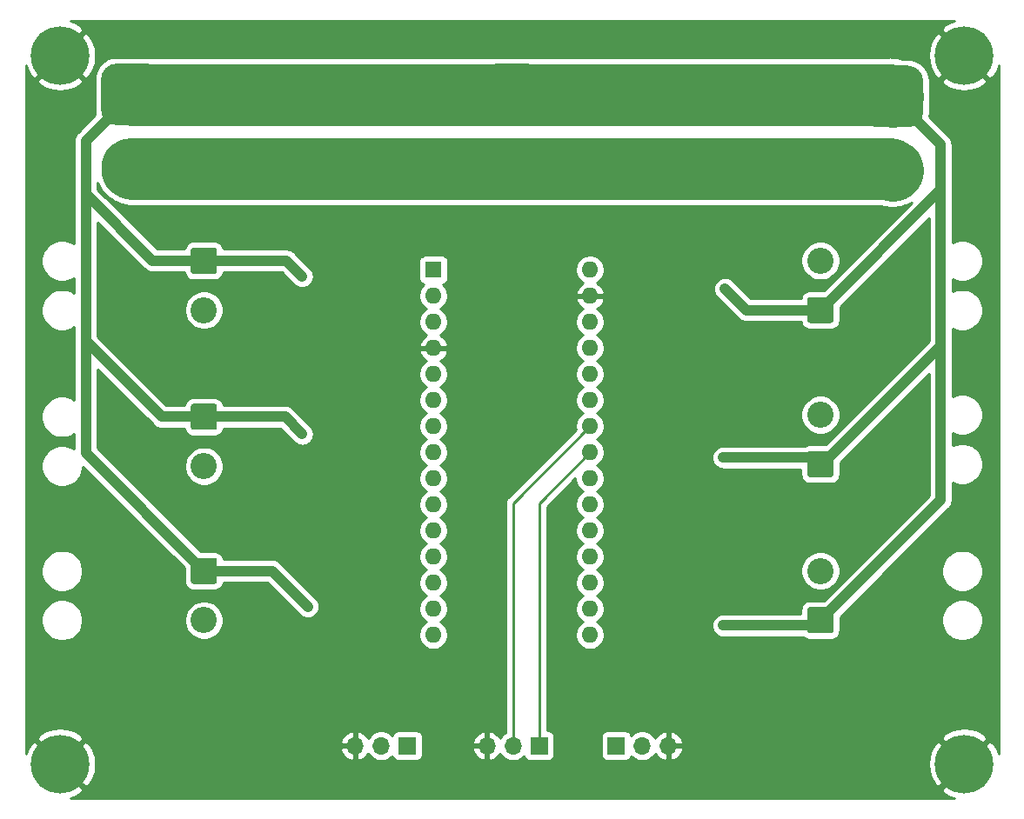
<source format=gbr>
G04 #@! TF.GenerationSoftware,KiCad,Pcbnew,(5.1.9)-1*
G04 #@! TF.CreationDate,2021-06-08T18:40:06+01:00*
G04 #@! TF.ProjectId,BrushlessPlatform V1 - SMD,42727573-686c-4657-9373-506c6174666f,rev?*
G04 #@! TF.SameCoordinates,Original*
G04 #@! TF.FileFunction,Copper,L2,Bot*
G04 #@! TF.FilePolarity,Positive*
%FSLAX46Y46*%
G04 Gerber Fmt 4.6, Leading zero omitted, Abs format (unit mm)*
G04 Created by KiCad (PCBNEW (5.1.9)-1) date 2021-06-08 18:40:06*
%MOMM*%
%LPD*%
G01*
G04 APERTURE LIST*
G04 #@! TA.AperFunction,ComponentPad*
%ADD10C,2.550000*%
G04 #@! TD*
G04 #@! TA.AperFunction,ComponentPad*
%ADD11C,6.000000*%
G04 #@! TD*
G04 #@! TA.AperFunction,ComponentPad*
%ADD12C,5.700000*%
G04 #@! TD*
G04 #@! TA.AperFunction,ComponentPad*
%ADD13O,1.600000X1.600000*%
G04 #@! TD*
G04 #@! TA.AperFunction,ComponentPad*
%ADD14R,1.600000X1.600000*%
G04 #@! TD*
G04 #@! TA.AperFunction,ComponentPad*
%ADD15O,1.700000X1.700000*%
G04 #@! TD*
G04 #@! TA.AperFunction,ComponentPad*
%ADD16R,1.700000X1.700000*%
G04 #@! TD*
G04 #@! TA.AperFunction,ViaPad*
%ADD17C,0.800000*%
G04 #@! TD*
G04 #@! TA.AperFunction,Conductor*
%ADD18C,0.250000*%
G04 #@! TD*
G04 #@! TA.AperFunction,Conductor*
%ADD19C,6.000000*%
G04 #@! TD*
G04 #@! TA.AperFunction,Conductor*
%ADD20C,1.000000*%
G04 #@! TD*
G04 #@! TA.AperFunction,Conductor*
%ADD21C,0.254000*%
G04 #@! TD*
G04 #@! TA.AperFunction,Conductor*
%ADD22C,0.100000*%
G04 #@! TD*
G04 APERTURE END LIST*
D10*
X-96000000Y-59800000D03*
G04 #@! TA.AperFunction,ComponentPad*
G36*
G01*
X-97025001Y-53725000D02*
X-94974999Y-53725000D01*
G75*
G02*
X-94725000Y-53974999I0J-249999D01*
G01*
X-94725000Y-56025001D01*
G75*
G02*
X-94974999Y-56275000I-249999J0D01*
G01*
X-97025001Y-56275000D01*
G75*
G02*
X-97275000Y-56025001I0J249999D01*
G01*
X-97275000Y-53974999D01*
G75*
G02*
X-97025001Y-53725000I249999J0D01*
G01*
G37*
G04 #@! TD.AperFunction*
G04 #@! TA.AperFunction,ComponentPad*
G36*
G01*
X-30500000Y-36000000D02*
X-27500000Y-36000000D01*
G75*
G02*
X-26000000Y-37500000I0J-1500000D01*
G01*
X-26000000Y-40500000D01*
G75*
G02*
X-27500000Y-42000000I-1500000J0D01*
G01*
X-30500000Y-42000000D01*
G75*
G02*
X-32000000Y-40500000I0J1500000D01*
G01*
X-32000000Y-37500000D01*
G75*
G02*
X-30500000Y-36000000I1500000J0D01*
G01*
G37*
G04 #@! TD.AperFunction*
D11*
X-29000000Y-46200000D03*
G04 #@! TA.AperFunction,ComponentPad*
G36*
G01*
X-104500000Y-35800000D02*
X-101500000Y-35800000D01*
G75*
G02*
X-100000000Y-37300000I0J-1500000D01*
G01*
X-100000000Y-40300000D01*
G75*
G02*
X-101500000Y-41800000I-1500000J0D01*
G01*
X-104500000Y-41800000D01*
G75*
G02*
X-106000000Y-40300000I0J1500000D01*
G01*
X-106000000Y-37300000D01*
G75*
G02*
X-104500000Y-35800000I1500000J0D01*
G01*
G37*
G04 #@! TD.AperFunction*
X-103000000Y-46000000D03*
G04 #@! TA.AperFunction,ComponentPad*
G36*
G01*
X-67500000Y-35800000D02*
X-64500000Y-35800000D01*
G75*
G02*
X-63000000Y-37300000I0J-1500000D01*
G01*
X-63000000Y-40300000D01*
G75*
G02*
X-64500000Y-41800000I-1500000J0D01*
G01*
X-67500000Y-41800000D01*
G75*
G02*
X-69000000Y-40300000I0J1500000D01*
G01*
X-69000000Y-37300000D01*
G75*
G02*
X-67500000Y-35800000I1500000J0D01*
G01*
G37*
G04 #@! TD.AperFunction*
X-66000000Y-46000000D03*
D12*
X-110000000Y-104000000D03*
X-110000000Y-35000000D03*
D13*
X-58420000Y-91440000D03*
X-73660000Y-91440000D03*
X-58420000Y-55880000D03*
X-73660000Y-88900000D03*
X-58420000Y-58420000D03*
X-73660000Y-86360000D03*
X-58420000Y-60960000D03*
X-73660000Y-83820000D03*
X-58420000Y-63500000D03*
X-73660000Y-81280000D03*
X-58420000Y-66040000D03*
X-73660000Y-78740000D03*
X-58420000Y-68580000D03*
X-73660000Y-76200000D03*
X-58420000Y-71120000D03*
X-73660000Y-73660000D03*
X-58420000Y-73660000D03*
X-73660000Y-71120000D03*
X-58420000Y-76200000D03*
X-73660000Y-68580000D03*
X-58420000Y-78740000D03*
X-73660000Y-66040000D03*
X-58420000Y-81280000D03*
X-73660000Y-63500000D03*
X-58420000Y-83820000D03*
X-73660000Y-60960000D03*
X-58420000Y-86360000D03*
X-73660000Y-58420000D03*
X-58420000Y-88900000D03*
D14*
X-73660000Y-55880000D03*
D10*
X-96000000Y-90000000D03*
G04 #@! TA.AperFunction,ComponentPad*
G36*
G01*
X-97025001Y-83925000D02*
X-94974999Y-83925000D01*
G75*
G02*
X-94725000Y-84174999I0J-249999D01*
G01*
X-94725000Y-86225001D01*
G75*
G02*
X-94974999Y-86475000I-249999J0D01*
G01*
X-97025001Y-86475000D01*
G75*
G02*
X-97275000Y-86225001I0J249999D01*
G01*
X-97275000Y-84174999D01*
G75*
G02*
X-97025001Y-83925000I249999J0D01*
G01*
G37*
G04 #@! TD.AperFunction*
X-96000000Y-75000000D03*
G04 #@! TA.AperFunction,ComponentPad*
G36*
G01*
X-97025001Y-68925000D02*
X-94974999Y-68925000D01*
G75*
G02*
X-94725000Y-69174999I0J-249999D01*
G01*
X-94725000Y-71225001D01*
G75*
G02*
X-94974999Y-71475000I-249999J0D01*
G01*
X-97025001Y-71475000D01*
G75*
G02*
X-97275000Y-71225001I0J249999D01*
G01*
X-97275000Y-69174999D01*
G75*
G02*
X-97025001Y-68925000I249999J0D01*
G01*
G37*
G04 #@! TD.AperFunction*
X-36000000Y-85200000D03*
G04 #@! TA.AperFunction,ComponentPad*
G36*
G01*
X-34974999Y-91275000D02*
X-37025001Y-91275000D01*
G75*
G02*
X-37275000Y-91025001I0J249999D01*
G01*
X-37275000Y-88974999D01*
G75*
G02*
X-37025001Y-88725000I249999J0D01*
G01*
X-34974999Y-88725000D01*
G75*
G02*
X-34725000Y-88974999I0J-249999D01*
G01*
X-34725000Y-91025001D01*
G75*
G02*
X-34974999Y-91275000I-249999J0D01*
G01*
G37*
G04 #@! TD.AperFunction*
X-36000000Y-70000000D03*
G04 #@! TA.AperFunction,ComponentPad*
G36*
G01*
X-34974999Y-76075000D02*
X-37025001Y-76075000D01*
G75*
G02*
X-37275000Y-75825001I0J249999D01*
G01*
X-37275000Y-73774999D01*
G75*
G02*
X-37025001Y-73525000I249999J0D01*
G01*
X-34974999Y-73525000D01*
G75*
G02*
X-34725000Y-73774999I0J-249999D01*
G01*
X-34725000Y-75825001D01*
G75*
G02*
X-34974999Y-76075000I-249999J0D01*
G01*
G37*
G04 #@! TD.AperFunction*
X-36000000Y-55000000D03*
G04 #@! TA.AperFunction,ComponentPad*
G36*
G01*
X-34974999Y-61075000D02*
X-37025001Y-61075000D01*
G75*
G02*
X-37275000Y-60825001I0J249999D01*
G01*
X-37275000Y-58774999D01*
G75*
G02*
X-37025001Y-58525000I249999J0D01*
G01*
X-34974999Y-58525000D01*
G75*
G02*
X-34725000Y-58774999I0J-249999D01*
G01*
X-34725000Y-60825001D01*
G75*
G02*
X-34974999Y-61075000I-249999J0D01*
G01*
G37*
G04 #@! TD.AperFunction*
D12*
X-22000000Y-35000000D03*
X-22000000Y-104000000D03*
D15*
X-68455000Y-102235000D03*
X-65915000Y-102235000D03*
D16*
X-63375000Y-102235000D03*
D15*
X-81280000Y-102235000D03*
X-78740000Y-102235000D03*
D16*
X-76200000Y-102235000D03*
D15*
X-50800000Y-102235000D03*
X-53340000Y-102235000D03*
D16*
X-55880000Y-102235000D03*
D17*
X-86445484Y-56530744D03*
X-86445484Y-71864015D03*
X-85892933Y-88670753D03*
X-45280486Y-57727936D03*
X-45464669Y-74166308D03*
X-45464669Y-90512588D03*
D18*
X-65915000Y-78615000D02*
X-58420000Y-71120000D01*
X-65915000Y-102235000D02*
X-65915000Y-78615000D01*
X-63375000Y-78615000D02*
X-58420000Y-73660000D01*
X-63375000Y-102235000D02*
X-63375000Y-78615000D01*
D19*
X-103000000Y-38800000D02*
X-66000000Y-38800000D01*
X-29200000Y-38800000D02*
X-29000000Y-39000000D01*
X-66000000Y-38800000D02*
X-29200000Y-38800000D01*
D20*
X-24300001Y-48100001D02*
X-24300001Y-63300001D01*
X-35800000Y-74800000D02*
X-36000000Y-74800000D01*
X-24300001Y-63300001D02*
X-35800000Y-74800000D01*
X-24300001Y-78300001D02*
X-36000000Y-90000000D01*
X-24300001Y-63300001D02*
X-24300001Y-78300001D01*
X-24300001Y-43699999D02*
X-29000000Y-39000000D01*
X-24300001Y-48100001D02*
X-24300001Y-43699999D01*
X-36000000Y-59800000D02*
X-24300001Y-48100001D01*
X-87976228Y-55000000D02*
X-96000000Y-55000000D01*
X-86445484Y-56530744D02*
X-87976228Y-55000000D01*
X-88109499Y-70200000D02*
X-96000000Y-70200000D01*
X-86445484Y-71864015D02*
X-88109499Y-70200000D01*
X-89363686Y-85200000D02*
X-96000000Y-85200000D01*
X-85892933Y-88670753D02*
X-89363686Y-85200000D01*
X-43208422Y-59800000D02*
X-36000000Y-59800000D01*
X-45280486Y-57727936D02*
X-43208422Y-59800000D01*
X-36633692Y-74166308D02*
X-36000000Y-74800000D01*
X-45464669Y-74166308D02*
X-36633692Y-74166308D01*
X-36512588Y-90512588D02*
X-36000000Y-90000000D01*
X-45464669Y-90512588D02*
X-36512588Y-90512588D01*
X-103000000Y-38800000D02*
X-103800000Y-38800000D01*
X-96000000Y-70200000D02*
X-100115759Y-70200000D01*
X-100115759Y-70200000D02*
X-107497327Y-62818432D01*
X-107497327Y-43297327D02*
X-103000000Y-38800000D01*
X-107497327Y-73702673D02*
X-96000000Y-85200000D01*
X-107497327Y-62818432D02*
X-107497327Y-73702673D01*
X-96000000Y-55000000D02*
X-101000000Y-55000000D01*
X-107497327Y-48502673D02*
X-107497327Y-43297327D01*
X-101000000Y-55000000D02*
X-107497327Y-48502673D01*
X-107497327Y-62818432D02*
X-107497327Y-48502673D01*
D19*
X-103000000Y-46000000D02*
X-66000000Y-46000000D01*
X-29200000Y-46000000D02*
X-29000000Y-46200000D01*
X-66000000Y-46000000D02*
X-29200000Y-46000000D01*
D21*
X-23330407Y-31760702D02*
X-23936799Y-32082494D01*
X-23954243Y-32094150D01*
X-24272428Y-32547967D01*
X-22000000Y-34820395D01*
X-21985858Y-34806253D01*
X-21806253Y-34985858D01*
X-21820395Y-35000000D01*
X-19547967Y-37272428D01*
X-19094150Y-36954243D01*
X-18768731Y-36349790D01*
X-18660000Y-35995179D01*
X-18659999Y-103005182D01*
X-18760702Y-102669593D01*
X-19082494Y-102063201D01*
X-19094150Y-102045757D01*
X-19547967Y-101727572D01*
X-21820395Y-104000000D01*
X-21806253Y-104014143D01*
X-21985858Y-104193748D01*
X-22000000Y-104179605D01*
X-24272428Y-106452033D01*
X-23954243Y-106905850D01*
X-23349790Y-107231269D01*
X-22995180Y-107340000D01*
X-109005179Y-107340000D01*
X-108669593Y-107239298D01*
X-108063201Y-106917506D01*
X-108045757Y-106905850D01*
X-107727572Y-106452033D01*
X-110000000Y-104179605D01*
X-110014143Y-104193748D01*
X-110193748Y-104014143D01*
X-110179605Y-104000000D01*
X-109820395Y-104000000D01*
X-107547967Y-106272428D01*
X-107094150Y-105954243D01*
X-106768731Y-105349790D01*
X-106567488Y-104693465D01*
X-106498155Y-104010490D01*
X-106500157Y-103989510D01*
X-25501845Y-103989510D01*
X-25436605Y-104672888D01*
X-25239298Y-105330407D01*
X-24917506Y-105936799D01*
X-24905850Y-105954243D01*
X-24452033Y-106272428D01*
X-22179605Y-104000000D01*
X-24452033Y-101727572D01*
X-24905850Y-102045757D01*
X-25231269Y-102650210D01*
X-25432512Y-103306535D01*
X-25501845Y-103989510D01*
X-106500157Y-103989510D01*
X-106563395Y-103327112D01*
X-106760702Y-102669593D01*
X-106801935Y-102591891D01*
X-82721481Y-102591891D01*
X-82624157Y-102866252D01*
X-82475178Y-103116355D01*
X-82280269Y-103332588D01*
X-82046920Y-103506641D01*
X-81784099Y-103631825D01*
X-81636890Y-103676476D01*
X-81407000Y-103555155D01*
X-81407000Y-102362000D01*
X-82600814Y-102362000D01*
X-82721481Y-102591891D01*
X-106801935Y-102591891D01*
X-107082494Y-102063201D01*
X-107094150Y-102045757D01*
X-107333260Y-101878109D01*
X-82721481Y-101878109D01*
X-82600814Y-102108000D01*
X-81407000Y-102108000D01*
X-81407000Y-100914845D01*
X-81153000Y-100914845D01*
X-81153000Y-102108000D01*
X-81133000Y-102108000D01*
X-81133000Y-102362000D01*
X-81153000Y-102362000D01*
X-81153000Y-103555155D01*
X-80923110Y-103676476D01*
X-80775901Y-103631825D01*
X-80513080Y-103506641D01*
X-80279731Y-103332588D01*
X-80084822Y-103116355D01*
X-80015195Y-102999466D01*
X-79893475Y-103181632D01*
X-79686632Y-103388475D01*
X-79443411Y-103550990D01*
X-79173158Y-103662932D01*
X-78886260Y-103720000D01*
X-78593740Y-103720000D01*
X-78306842Y-103662932D01*
X-78036589Y-103550990D01*
X-77793368Y-103388475D01*
X-77661513Y-103256620D01*
X-77639502Y-103329180D01*
X-77580537Y-103439494D01*
X-77501185Y-103536185D01*
X-77404494Y-103615537D01*
X-77294180Y-103674502D01*
X-77174482Y-103710812D01*
X-77050000Y-103723072D01*
X-75350000Y-103723072D01*
X-75225518Y-103710812D01*
X-75105820Y-103674502D01*
X-74995506Y-103615537D01*
X-74898815Y-103536185D01*
X-74819463Y-103439494D01*
X-74760498Y-103329180D01*
X-74724188Y-103209482D01*
X-74711928Y-103085000D01*
X-74711928Y-102591891D01*
X-69896481Y-102591891D01*
X-69799157Y-102866252D01*
X-69650178Y-103116355D01*
X-69455269Y-103332588D01*
X-69221920Y-103506641D01*
X-68959099Y-103631825D01*
X-68811890Y-103676476D01*
X-68582000Y-103555155D01*
X-68582000Y-102362000D01*
X-69775814Y-102362000D01*
X-69896481Y-102591891D01*
X-74711928Y-102591891D01*
X-74711928Y-101878109D01*
X-69896481Y-101878109D01*
X-69775814Y-102108000D01*
X-68582000Y-102108000D01*
X-68582000Y-100914845D01*
X-68328000Y-100914845D01*
X-68328000Y-102108000D01*
X-68308000Y-102108000D01*
X-68308000Y-102362000D01*
X-68328000Y-102362000D01*
X-68328000Y-103555155D01*
X-68098110Y-103676476D01*
X-67950901Y-103631825D01*
X-67688080Y-103506641D01*
X-67454731Y-103332588D01*
X-67259822Y-103116355D01*
X-67190195Y-102999466D01*
X-67068475Y-103181632D01*
X-66861632Y-103388475D01*
X-66618411Y-103550990D01*
X-66348158Y-103662932D01*
X-66061260Y-103720000D01*
X-65768740Y-103720000D01*
X-65481842Y-103662932D01*
X-65211589Y-103550990D01*
X-64968368Y-103388475D01*
X-64836513Y-103256620D01*
X-64814502Y-103329180D01*
X-64755537Y-103439494D01*
X-64676185Y-103536185D01*
X-64579494Y-103615537D01*
X-64469180Y-103674502D01*
X-64349482Y-103710812D01*
X-64225000Y-103723072D01*
X-62525000Y-103723072D01*
X-62400518Y-103710812D01*
X-62280820Y-103674502D01*
X-62170506Y-103615537D01*
X-62073815Y-103536185D01*
X-61994463Y-103439494D01*
X-61935498Y-103329180D01*
X-61899188Y-103209482D01*
X-61886928Y-103085000D01*
X-61886928Y-101385000D01*
X-57368072Y-101385000D01*
X-57368072Y-103085000D01*
X-57355812Y-103209482D01*
X-57319502Y-103329180D01*
X-57260537Y-103439494D01*
X-57181185Y-103536185D01*
X-57084494Y-103615537D01*
X-56974180Y-103674502D01*
X-56854482Y-103710812D01*
X-56730000Y-103723072D01*
X-55030000Y-103723072D01*
X-54905518Y-103710812D01*
X-54785820Y-103674502D01*
X-54675506Y-103615537D01*
X-54578815Y-103536185D01*
X-54499463Y-103439494D01*
X-54440498Y-103329180D01*
X-54418487Y-103256620D01*
X-54286632Y-103388475D01*
X-54043411Y-103550990D01*
X-53773158Y-103662932D01*
X-53486260Y-103720000D01*
X-53193740Y-103720000D01*
X-52906842Y-103662932D01*
X-52636589Y-103550990D01*
X-52393368Y-103388475D01*
X-52186525Y-103181632D01*
X-52064805Y-102999466D01*
X-51995178Y-103116355D01*
X-51800269Y-103332588D01*
X-51566920Y-103506641D01*
X-51304099Y-103631825D01*
X-51156890Y-103676476D01*
X-50927000Y-103555155D01*
X-50927000Y-102362000D01*
X-50673000Y-102362000D01*
X-50673000Y-103555155D01*
X-50443110Y-103676476D01*
X-50295901Y-103631825D01*
X-50033080Y-103506641D01*
X-49799731Y-103332588D01*
X-49604822Y-103116355D01*
X-49455843Y-102866252D01*
X-49358519Y-102591891D01*
X-49479186Y-102362000D01*
X-50673000Y-102362000D01*
X-50927000Y-102362000D01*
X-50947000Y-102362000D01*
X-50947000Y-102108000D01*
X-50927000Y-102108000D01*
X-50927000Y-100914845D01*
X-50673000Y-100914845D01*
X-50673000Y-102108000D01*
X-49479186Y-102108000D01*
X-49358519Y-101878109D01*
X-49455843Y-101603748D01*
X-49489070Y-101547967D01*
X-24272428Y-101547967D01*
X-22000000Y-103820395D01*
X-19727572Y-101547967D01*
X-20045757Y-101094150D01*
X-20650210Y-100768731D01*
X-21306535Y-100567488D01*
X-21989510Y-100498155D01*
X-22672888Y-100563395D01*
X-23330407Y-100760702D01*
X-23936799Y-101082494D01*
X-23954243Y-101094150D01*
X-24272428Y-101547967D01*
X-49489070Y-101547967D01*
X-49604822Y-101353645D01*
X-49799731Y-101137412D01*
X-50033080Y-100963359D01*
X-50295901Y-100838175D01*
X-50443110Y-100793524D01*
X-50673000Y-100914845D01*
X-50927000Y-100914845D01*
X-51156890Y-100793524D01*
X-51304099Y-100838175D01*
X-51566920Y-100963359D01*
X-51800269Y-101137412D01*
X-51995178Y-101353645D01*
X-52064805Y-101470534D01*
X-52186525Y-101288368D01*
X-52393368Y-101081525D01*
X-52636589Y-100919010D01*
X-52906842Y-100807068D01*
X-53193740Y-100750000D01*
X-53486260Y-100750000D01*
X-53773158Y-100807068D01*
X-54043411Y-100919010D01*
X-54286632Y-101081525D01*
X-54418487Y-101213380D01*
X-54440498Y-101140820D01*
X-54499463Y-101030506D01*
X-54578815Y-100933815D01*
X-54675506Y-100854463D01*
X-54785820Y-100795498D01*
X-54905518Y-100759188D01*
X-55030000Y-100746928D01*
X-56730000Y-100746928D01*
X-56854482Y-100759188D01*
X-56974180Y-100795498D01*
X-57084494Y-100854463D01*
X-57181185Y-100933815D01*
X-57260537Y-101030506D01*
X-57319502Y-101140820D01*
X-57355812Y-101260518D01*
X-57368072Y-101385000D01*
X-61886928Y-101385000D01*
X-61899188Y-101260518D01*
X-61935498Y-101140820D01*
X-61994463Y-101030506D01*
X-62073815Y-100933815D01*
X-62170506Y-100854463D01*
X-62280820Y-100795498D01*
X-62400518Y-100759188D01*
X-62525000Y-100746928D01*
X-62615000Y-100746928D01*
X-62615000Y-78929801D01*
X-59855000Y-76169802D01*
X-59855000Y-76341335D01*
X-59799853Y-76618574D01*
X-59691680Y-76879727D01*
X-59534637Y-77114759D01*
X-59334759Y-77314637D01*
X-59102241Y-77470000D01*
X-59334759Y-77625363D01*
X-59534637Y-77825241D01*
X-59691680Y-78060273D01*
X-59799853Y-78321426D01*
X-59855000Y-78598665D01*
X-59855000Y-78881335D01*
X-59799853Y-79158574D01*
X-59691680Y-79419727D01*
X-59534637Y-79654759D01*
X-59334759Y-79854637D01*
X-59102241Y-80010000D01*
X-59334759Y-80165363D01*
X-59534637Y-80365241D01*
X-59691680Y-80600273D01*
X-59799853Y-80861426D01*
X-59855000Y-81138665D01*
X-59855000Y-81421335D01*
X-59799853Y-81698574D01*
X-59691680Y-81959727D01*
X-59534637Y-82194759D01*
X-59334759Y-82394637D01*
X-59102241Y-82550000D01*
X-59334759Y-82705363D01*
X-59534637Y-82905241D01*
X-59691680Y-83140273D01*
X-59799853Y-83401426D01*
X-59855000Y-83678665D01*
X-59855000Y-83961335D01*
X-59799853Y-84238574D01*
X-59691680Y-84499727D01*
X-59534637Y-84734759D01*
X-59334759Y-84934637D01*
X-59102241Y-85090000D01*
X-59334759Y-85245363D01*
X-59534637Y-85445241D01*
X-59691680Y-85680273D01*
X-59799853Y-85941426D01*
X-59855000Y-86218665D01*
X-59855000Y-86501335D01*
X-59799853Y-86778574D01*
X-59691680Y-87039727D01*
X-59534637Y-87274759D01*
X-59334759Y-87474637D01*
X-59102241Y-87630000D01*
X-59334759Y-87785363D01*
X-59534637Y-87985241D01*
X-59691680Y-88220273D01*
X-59799853Y-88481426D01*
X-59855000Y-88758665D01*
X-59855000Y-89041335D01*
X-59799853Y-89318574D01*
X-59691680Y-89579727D01*
X-59534637Y-89814759D01*
X-59334759Y-90014637D01*
X-59102241Y-90170000D01*
X-59334759Y-90325363D01*
X-59534637Y-90525241D01*
X-59691680Y-90760273D01*
X-59799853Y-91021426D01*
X-59855000Y-91298665D01*
X-59855000Y-91581335D01*
X-59799853Y-91858574D01*
X-59691680Y-92119727D01*
X-59534637Y-92354759D01*
X-59334759Y-92554637D01*
X-59099727Y-92711680D01*
X-58838574Y-92819853D01*
X-58561335Y-92875000D01*
X-58278665Y-92875000D01*
X-58001426Y-92819853D01*
X-57740273Y-92711680D01*
X-57505241Y-92554637D01*
X-57305363Y-92354759D01*
X-57148320Y-92119727D01*
X-57040147Y-91858574D01*
X-56985000Y-91581335D01*
X-56985000Y-91298665D01*
X-57040147Y-91021426D01*
X-57148320Y-90760273D01*
X-57305363Y-90525241D01*
X-57505241Y-90325363D01*
X-57737759Y-90170000D01*
X-57505241Y-90014637D01*
X-57305363Y-89814759D01*
X-57148320Y-89579727D01*
X-57040147Y-89318574D01*
X-56985000Y-89041335D01*
X-56985000Y-88758665D01*
X-57040147Y-88481426D01*
X-57148320Y-88220273D01*
X-57305363Y-87985241D01*
X-57505241Y-87785363D01*
X-57737759Y-87630000D01*
X-57505241Y-87474637D01*
X-57305363Y-87274759D01*
X-57148320Y-87039727D01*
X-57040147Y-86778574D01*
X-56985000Y-86501335D01*
X-56985000Y-86218665D01*
X-57040147Y-85941426D01*
X-57148320Y-85680273D01*
X-57305363Y-85445241D01*
X-57505241Y-85245363D01*
X-57737759Y-85090000D01*
X-57620846Y-85011881D01*
X-37910000Y-85011881D01*
X-37910000Y-85388119D01*
X-37836600Y-85757127D01*
X-37692620Y-86104724D01*
X-37483594Y-86417554D01*
X-37217554Y-86683594D01*
X-36904724Y-86892620D01*
X-36557127Y-87036600D01*
X-36188119Y-87110000D01*
X-35811881Y-87110000D01*
X-35442873Y-87036600D01*
X-35095276Y-86892620D01*
X-34782446Y-86683594D01*
X-34516406Y-86417554D01*
X-34307380Y-86104724D01*
X-34163400Y-85757127D01*
X-34090000Y-85388119D01*
X-34090000Y-85011881D01*
X-34163400Y-84642873D01*
X-34307380Y-84295276D01*
X-34516406Y-83982446D01*
X-34782446Y-83716406D01*
X-35095276Y-83507380D01*
X-35442873Y-83363400D01*
X-35811881Y-83290000D01*
X-36188119Y-83290000D01*
X-36557127Y-83363400D01*
X-36904724Y-83507380D01*
X-37217554Y-83716406D01*
X-37483594Y-83982446D01*
X-37692620Y-84295276D01*
X-37836600Y-84642873D01*
X-37910000Y-85011881D01*
X-57620846Y-85011881D01*
X-57505241Y-84934637D01*
X-57305363Y-84734759D01*
X-57148320Y-84499727D01*
X-57040147Y-84238574D01*
X-56985000Y-83961335D01*
X-56985000Y-83678665D01*
X-57040147Y-83401426D01*
X-57148320Y-83140273D01*
X-57305363Y-82905241D01*
X-57505241Y-82705363D01*
X-57737759Y-82550000D01*
X-57505241Y-82394637D01*
X-57305363Y-82194759D01*
X-57148320Y-81959727D01*
X-57040147Y-81698574D01*
X-56985000Y-81421335D01*
X-56985000Y-81138665D01*
X-57040147Y-80861426D01*
X-57148320Y-80600273D01*
X-57305363Y-80365241D01*
X-57505241Y-80165363D01*
X-57737759Y-80010000D01*
X-57505241Y-79854637D01*
X-57305363Y-79654759D01*
X-57148320Y-79419727D01*
X-57040147Y-79158574D01*
X-56985000Y-78881335D01*
X-56985000Y-78598665D01*
X-57040147Y-78321426D01*
X-57148320Y-78060273D01*
X-57305363Y-77825241D01*
X-57505241Y-77625363D01*
X-57737759Y-77470000D01*
X-57505241Y-77314637D01*
X-57305363Y-77114759D01*
X-57148320Y-76879727D01*
X-57040147Y-76618574D01*
X-56985000Y-76341335D01*
X-56985000Y-76058665D01*
X-57040147Y-75781426D01*
X-57148320Y-75520273D01*
X-57305363Y-75285241D01*
X-57505241Y-75085363D01*
X-57737759Y-74930000D01*
X-57505241Y-74774637D01*
X-57305363Y-74574759D01*
X-57148320Y-74339727D01*
X-57040147Y-74078574D01*
X-56985000Y-73801335D01*
X-56985000Y-73518665D01*
X-57040147Y-73241426D01*
X-57148320Y-72980273D01*
X-57305363Y-72745241D01*
X-57505241Y-72545363D01*
X-57737759Y-72390000D01*
X-57505241Y-72234637D01*
X-57305363Y-72034759D01*
X-57148320Y-71799727D01*
X-57040147Y-71538574D01*
X-56985000Y-71261335D01*
X-56985000Y-70978665D01*
X-57040147Y-70701426D01*
X-57148320Y-70440273D01*
X-57305363Y-70205241D01*
X-57505241Y-70005363D01*
X-57737759Y-69850000D01*
X-57680710Y-69811881D01*
X-37910000Y-69811881D01*
X-37910000Y-70188119D01*
X-37836600Y-70557127D01*
X-37692620Y-70904724D01*
X-37483594Y-71217554D01*
X-37217554Y-71483594D01*
X-36904724Y-71692620D01*
X-36557127Y-71836600D01*
X-36188119Y-71910000D01*
X-35811881Y-71910000D01*
X-35442873Y-71836600D01*
X-35095276Y-71692620D01*
X-34782446Y-71483594D01*
X-34516406Y-71217554D01*
X-34307380Y-70904724D01*
X-34163400Y-70557127D01*
X-34090000Y-70188119D01*
X-34090000Y-69811881D01*
X-34163400Y-69442873D01*
X-34307380Y-69095276D01*
X-34516406Y-68782446D01*
X-34782446Y-68516406D01*
X-35095276Y-68307380D01*
X-35442873Y-68163400D01*
X-35811881Y-68090000D01*
X-36188119Y-68090000D01*
X-36557127Y-68163400D01*
X-36904724Y-68307380D01*
X-37217554Y-68516406D01*
X-37483594Y-68782446D01*
X-37692620Y-69095276D01*
X-37836600Y-69442873D01*
X-37910000Y-69811881D01*
X-57680710Y-69811881D01*
X-57505241Y-69694637D01*
X-57305363Y-69494759D01*
X-57148320Y-69259727D01*
X-57040147Y-68998574D01*
X-56985000Y-68721335D01*
X-56985000Y-68438665D01*
X-57040147Y-68161426D01*
X-57148320Y-67900273D01*
X-57305363Y-67665241D01*
X-57505241Y-67465363D01*
X-57737759Y-67310000D01*
X-57505241Y-67154637D01*
X-57305363Y-66954759D01*
X-57148320Y-66719727D01*
X-57040147Y-66458574D01*
X-56985000Y-66181335D01*
X-56985000Y-65898665D01*
X-57040147Y-65621426D01*
X-57148320Y-65360273D01*
X-57305363Y-65125241D01*
X-57505241Y-64925363D01*
X-57737759Y-64770000D01*
X-57505241Y-64614637D01*
X-57305363Y-64414759D01*
X-57148320Y-64179727D01*
X-57040147Y-63918574D01*
X-56985000Y-63641335D01*
X-56985000Y-63358665D01*
X-57040147Y-63081426D01*
X-57148320Y-62820273D01*
X-57305363Y-62585241D01*
X-57505241Y-62385363D01*
X-57737759Y-62230000D01*
X-57505241Y-62074637D01*
X-57305363Y-61874759D01*
X-57148320Y-61639727D01*
X-57040147Y-61378574D01*
X-56985000Y-61101335D01*
X-56985000Y-60818665D01*
X-57040147Y-60541426D01*
X-57148320Y-60280273D01*
X-57305363Y-60045241D01*
X-57505241Y-59845363D01*
X-57740273Y-59688320D01*
X-57750865Y-59683933D01*
X-57564869Y-59572385D01*
X-57356481Y-59383414D01*
X-57188963Y-59157420D01*
X-57068754Y-58903087D01*
X-57028096Y-58769039D01*
X-57150085Y-58547000D01*
X-58293000Y-58547000D01*
X-58293000Y-58567000D01*
X-58547000Y-58567000D01*
X-58547000Y-58547000D01*
X-59689915Y-58547000D01*
X-59811904Y-58769039D01*
X-59771246Y-58903087D01*
X-59651037Y-59157420D01*
X-59483519Y-59383414D01*
X-59275131Y-59572385D01*
X-59089135Y-59683933D01*
X-59099727Y-59688320D01*
X-59334759Y-59845363D01*
X-59534637Y-60045241D01*
X-59691680Y-60280273D01*
X-59799853Y-60541426D01*
X-59855000Y-60818665D01*
X-59855000Y-61101335D01*
X-59799853Y-61378574D01*
X-59691680Y-61639727D01*
X-59534637Y-61874759D01*
X-59334759Y-62074637D01*
X-59102241Y-62230000D01*
X-59334759Y-62385363D01*
X-59534637Y-62585241D01*
X-59691680Y-62820273D01*
X-59799853Y-63081426D01*
X-59855000Y-63358665D01*
X-59855000Y-63641335D01*
X-59799853Y-63918574D01*
X-59691680Y-64179727D01*
X-59534637Y-64414759D01*
X-59334759Y-64614637D01*
X-59102241Y-64770000D01*
X-59334759Y-64925363D01*
X-59534637Y-65125241D01*
X-59691680Y-65360273D01*
X-59799853Y-65621426D01*
X-59855000Y-65898665D01*
X-59855000Y-66181335D01*
X-59799853Y-66458574D01*
X-59691680Y-66719727D01*
X-59534637Y-66954759D01*
X-59334759Y-67154637D01*
X-59102241Y-67310000D01*
X-59334759Y-67465363D01*
X-59534637Y-67665241D01*
X-59691680Y-67900273D01*
X-59799853Y-68161426D01*
X-59855000Y-68438665D01*
X-59855000Y-68721335D01*
X-59799853Y-68998574D01*
X-59691680Y-69259727D01*
X-59534637Y-69494759D01*
X-59334759Y-69694637D01*
X-59102241Y-69850000D01*
X-59334759Y-70005363D01*
X-59534637Y-70205241D01*
X-59691680Y-70440273D01*
X-59799853Y-70701426D01*
X-59855000Y-70978665D01*
X-59855000Y-71261335D01*
X-59818688Y-71443886D01*
X-66426002Y-78051201D01*
X-66455000Y-78074999D01*
X-66478798Y-78103997D01*
X-66478799Y-78103998D01*
X-66549974Y-78190724D01*
X-66620546Y-78322754D01*
X-66650820Y-78422558D01*
X-66664002Y-78466014D01*
X-66674999Y-78577667D01*
X-66678676Y-78615000D01*
X-66674999Y-78652333D01*
X-66675000Y-100956822D01*
X-66861632Y-101081525D01*
X-67068475Y-101288368D01*
X-67190195Y-101470534D01*
X-67259822Y-101353645D01*
X-67454731Y-101137412D01*
X-67688080Y-100963359D01*
X-67950901Y-100838175D01*
X-68098110Y-100793524D01*
X-68328000Y-100914845D01*
X-68582000Y-100914845D01*
X-68811890Y-100793524D01*
X-68959099Y-100838175D01*
X-69221920Y-100963359D01*
X-69455269Y-101137412D01*
X-69650178Y-101353645D01*
X-69799157Y-101603748D01*
X-69896481Y-101878109D01*
X-74711928Y-101878109D01*
X-74711928Y-101385000D01*
X-74724188Y-101260518D01*
X-74760498Y-101140820D01*
X-74819463Y-101030506D01*
X-74898815Y-100933815D01*
X-74995506Y-100854463D01*
X-75105820Y-100795498D01*
X-75225518Y-100759188D01*
X-75350000Y-100746928D01*
X-77050000Y-100746928D01*
X-77174482Y-100759188D01*
X-77294180Y-100795498D01*
X-77404494Y-100854463D01*
X-77501185Y-100933815D01*
X-77580537Y-101030506D01*
X-77639502Y-101140820D01*
X-77661513Y-101213380D01*
X-77793368Y-101081525D01*
X-78036589Y-100919010D01*
X-78306842Y-100807068D01*
X-78593740Y-100750000D01*
X-78886260Y-100750000D01*
X-79173158Y-100807068D01*
X-79443411Y-100919010D01*
X-79686632Y-101081525D01*
X-79893475Y-101288368D01*
X-80015195Y-101470534D01*
X-80084822Y-101353645D01*
X-80279731Y-101137412D01*
X-80513080Y-100963359D01*
X-80775901Y-100838175D01*
X-80923110Y-100793524D01*
X-81153000Y-100914845D01*
X-81407000Y-100914845D01*
X-81636890Y-100793524D01*
X-81784099Y-100838175D01*
X-82046920Y-100963359D01*
X-82280269Y-101137412D01*
X-82475178Y-101353645D01*
X-82624157Y-101603748D01*
X-82721481Y-101878109D01*
X-107333260Y-101878109D01*
X-107547967Y-101727572D01*
X-109820395Y-104000000D01*
X-110179605Y-104000000D01*
X-112452033Y-101727572D01*
X-112905850Y-102045757D01*
X-113231269Y-102650210D01*
X-113340000Y-103004820D01*
X-113340000Y-101547967D01*
X-112272428Y-101547967D01*
X-110000000Y-103820395D01*
X-107727572Y-101547967D01*
X-108045757Y-101094150D01*
X-108650210Y-100768731D01*
X-109306535Y-100567488D01*
X-109989510Y-100498155D01*
X-110672888Y-100563395D01*
X-111330407Y-100760702D01*
X-111936799Y-101082494D01*
X-111954243Y-101094150D01*
X-112272428Y-101547967D01*
X-113340000Y-101547967D01*
X-113340000Y-89799570D01*
X-111835000Y-89799570D01*
X-111835000Y-90200430D01*
X-111756796Y-90593587D01*
X-111603393Y-90963934D01*
X-111380687Y-91297237D01*
X-111097237Y-91580687D01*
X-110763934Y-91803393D01*
X-110393587Y-91956796D01*
X-110000430Y-92035000D01*
X-109599570Y-92035000D01*
X-109206413Y-91956796D01*
X-108836066Y-91803393D01*
X-108502763Y-91580687D01*
X-108219313Y-91297237D01*
X-107996607Y-90963934D01*
X-107843204Y-90593587D01*
X-107765000Y-90200430D01*
X-107765000Y-89811881D01*
X-97910000Y-89811881D01*
X-97910000Y-90188119D01*
X-97836600Y-90557127D01*
X-97692620Y-90904724D01*
X-97483594Y-91217554D01*
X-97217554Y-91483594D01*
X-96904724Y-91692620D01*
X-96557127Y-91836600D01*
X-96188119Y-91910000D01*
X-95811881Y-91910000D01*
X-95442873Y-91836600D01*
X-95095276Y-91692620D01*
X-94782446Y-91483594D01*
X-94516406Y-91217554D01*
X-94307380Y-90904724D01*
X-94163400Y-90557127D01*
X-94090000Y-90188119D01*
X-94090000Y-89811881D01*
X-94163400Y-89442873D01*
X-94307380Y-89095276D01*
X-94516406Y-88782446D01*
X-94782446Y-88516406D01*
X-95095276Y-88307380D01*
X-95442873Y-88163400D01*
X-95811881Y-88090000D01*
X-96188119Y-88090000D01*
X-96557127Y-88163400D01*
X-96904724Y-88307380D01*
X-97217554Y-88516406D01*
X-97483594Y-88782446D01*
X-97692620Y-89095276D01*
X-97836600Y-89442873D01*
X-97910000Y-89811881D01*
X-107765000Y-89811881D01*
X-107765000Y-89799570D01*
X-107843204Y-89406413D01*
X-107996607Y-89036066D01*
X-108219313Y-88702763D01*
X-108502763Y-88419313D01*
X-108836066Y-88196607D01*
X-109206413Y-88043204D01*
X-109599570Y-87965000D01*
X-110000430Y-87965000D01*
X-110393587Y-88043204D01*
X-110763934Y-88196607D01*
X-111097237Y-88419313D01*
X-111380687Y-88702763D01*
X-111603393Y-89036066D01*
X-111756796Y-89406413D01*
X-111835000Y-89799570D01*
X-113340000Y-89799570D01*
X-113340000Y-84999570D01*
X-111835000Y-84999570D01*
X-111835000Y-85400430D01*
X-111756796Y-85793587D01*
X-111603393Y-86163934D01*
X-111380687Y-86497237D01*
X-111097237Y-86780687D01*
X-110763934Y-87003393D01*
X-110393587Y-87156796D01*
X-110000430Y-87235000D01*
X-109599570Y-87235000D01*
X-109206413Y-87156796D01*
X-108836066Y-87003393D01*
X-108502763Y-86780687D01*
X-108219313Y-86497237D01*
X-107996607Y-86163934D01*
X-107843204Y-85793587D01*
X-107765000Y-85400430D01*
X-107765000Y-84999570D01*
X-107843204Y-84606413D01*
X-107996607Y-84236066D01*
X-108219313Y-83902763D01*
X-108502763Y-83619313D01*
X-108836066Y-83396607D01*
X-109206413Y-83243204D01*
X-109599570Y-83165000D01*
X-110000430Y-83165000D01*
X-110393587Y-83243204D01*
X-110763934Y-83396607D01*
X-111097237Y-83619313D01*
X-111380687Y-83902763D01*
X-111603393Y-84236066D01*
X-111756796Y-84606413D01*
X-111835000Y-84999570D01*
X-113340000Y-84999570D01*
X-113340000Y-54799570D01*
X-111835000Y-54799570D01*
X-111835000Y-55200430D01*
X-111756796Y-55593587D01*
X-111603393Y-55963934D01*
X-111380687Y-56297237D01*
X-111097237Y-56580687D01*
X-110763934Y-56803393D01*
X-110393587Y-56956796D01*
X-110000430Y-57035000D01*
X-109599570Y-57035000D01*
X-109206413Y-56956796D01*
X-108836066Y-56803393D01*
X-108632327Y-56667259D01*
X-108632327Y-58132741D01*
X-108836066Y-57996607D01*
X-109206413Y-57843204D01*
X-109599570Y-57765000D01*
X-110000430Y-57765000D01*
X-110393587Y-57843204D01*
X-110763934Y-57996607D01*
X-111097237Y-58219313D01*
X-111380687Y-58502763D01*
X-111603393Y-58836066D01*
X-111756796Y-59206413D01*
X-111835000Y-59599570D01*
X-111835000Y-60000430D01*
X-111756796Y-60393587D01*
X-111603393Y-60763934D01*
X-111380687Y-61097237D01*
X-111097237Y-61380687D01*
X-110763934Y-61603393D01*
X-110393587Y-61756796D01*
X-110000430Y-61835000D01*
X-109599570Y-61835000D01*
X-109206413Y-61756796D01*
X-108836066Y-61603393D01*
X-108632327Y-61467259D01*
X-108632327Y-62762680D01*
X-108637818Y-62818432D01*
X-108632327Y-62874183D01*
X-108632326Y-68532741D01*
X-108836066Y-68396607D01*
X-109206413Y-68243204D01*
X-109599570Y-68165000D01*
X-110000430Y-68165000D01*
X-110393587Y-68243204D01*
X-110763934Y-68396607D01*
X-111097237Y-68619313D01*
X-111380687Y-68902763D01*
X-111603393Y-69236066D01*
X-111756796Y-69606413D01*
X-111835000Y-69999570D01*
X-111835000Y-70400430D01*
X-111756796Y-70793587D01*
X-111603393Y-71163934D01*
X-111380687Y-71497237D01*
X-111097237Y-71780687D01*
X-110763934Y-72003393D01*
X-110393587Y-72156796D01*
X-110000430Y-72235000D01*
X-109599570Y-72235000D01*
X-109206413Y-72156796D01*
X-108836066Y-72003393D01*
X-108632326Y-71867258D01*
X-108632326Y-73332742D01*
X-108836066Y-73196607D01*
X-109206413Y-73043204D01*
X-109599570Y-72965000D01*
X-110000430Y-72965000D01*
X-110393587Y-73043204D01*
X-110763934Y-73196607D01*
X-111097237Y-73419313D01*
X-111380687Y-73702763D01*
X-111603393Y-74036066D01*
X-111756796Y-74406413D01*
X-111835000Y-74799570D01*
X-111835000Y-75200430D01*
X-111756796Y-75593587D01*
X-111603393Y-75963934D01*
X-111380687Y-76297237D01*
X-111097237Y-76580687D01*
X-110763934Y-76803393D01*
X-110393587Y-76956796D01*
X-110000430Y-77035000D01*
X-109599570Y-77035000D01*
X-109206413Y-76956796D01*
X-108836066Y-76803393D01*
X-108502763Y-76580687D01*
X-108219313Y-76297237D01*
X-107996607Y-75963934D01*
X-107843204Y-75593587D01*
X-107765000Y-75200430D01*
X-107765000Y-75040131D01*
X-97913072Y-84892060D01*
X-97913072Y-86225001D01*
X-97896008Y-86398255D01*
X-97845472Y-86564851D01*
X-97763405Y-86718387D01*
X-97652962Y-86852962D01*
X-97518387Y-86963405D01*
X-97364851Y-87045472D01*
X-97198255Y-87096008D01*
X-97025001Y-87113072D01*
X-94974999Y-87113072D01*
X-94801745Y-87096008D01*
X-94635149Y-87045472D01*
X-94481613Y-86963405D01*
X-94347038Y-86852962D01*
X-94236595Y-86718387D01*
X-94154528Y-86564851D01*
X-94103992Y-86398255D01*
X-94097762Y-86335000D01*
X-89833817Y-86335000D01*
X-86656077Y-89512741D01*
X-86526556Y-89619036D01*
X-86329380Y-89724429D01*
X-86115432Y-89789330D01*
X-85892933Y-89811244D01*
X-85670435Y-89789330D01*
X-85456487Y-89724429D01*
X-85259311Y-89619036D01*
X-85086485Y-89477201D01*
X-84944650Y-89304375D01*
X-84839257Y-89107199D01*
X-84774356Y-88893251D01*
X-84752442Y-88670753D01*
X-84774356Y-88448254D01*
X-84839257Y-88234306D01*
X-84944650Y-88037130D01*
X-85050945Y-87907609D01*
X-88521690Y-84436865D01*
X-88557237Y-84393551D01*
X-88730063Y-84251716D01*
X-88927239Y-84146324D01*
X-89141187Y-84081423D01*
X-89307934Y-84065000D01*
X-89307935Y-84065000D01*
X-89363686Y-84059509D01*
X-89419437Y-84065000D01*
X-94097762Y-84065000D01*
X-94103992Y-84001745D01*
X-94154528Y-83835149D01*
X-94236595Y-83681613D01*
X-94347038Y-83547038D01*
X-94481613Y-83436595D01*
X-94635149Y-83354528D01*
X-94801745Y-83303992D01*
X-94974999Y-83286928D01*
X-96307940Y-83286928D01*
X-104782987Y-74811881D01*
X-97910000Y-74811881D01*
X-97910000Y-75188119D01*
X-97836600Y-75557127D01*
X-97692620Y-75904724D01*
X-97483594Y-76217554D01*
X-97217554Y-76483594D01*
X-96904724Y-76692620D01*
X-96557127Y-76836600D01*
X-96188119Y-76910000D01*
X-95811881Y-76910000D01*
X-95442873Y-76836600D01*
X-95095276Y-76692620D01*
X-94782446Y-76483594D01*
X-94516406Y-76217554D01*
X-94307380Y-75904724D01*
X-94163400Y-75557127D01*
X-94090000Y-75188119D01*
X-94090000Y-74811881D01*
X-94163400Y-74442873D01*
X-94307380Y-74095276D01*
X-94516406Y-73782446D01*
X-94782446Y-73516406D01*
X-95095276Y-73307380D01*
X-95442873Y-73163400D01*
X-95811881Y-73090000D01*
X-96188119Y-73090000D01*
X-96557127Y-73163400D01*
X-96904724Y-73307380D01*
X-97217554Y-73516406D01*
X-97483594Y-73782446D01*
X-97692620Y-74095276D01*
X-97836600Y-74442873D01*
X-97910000Y-74811881D01*
X-104782987Y-74811881D01*
X-106362327Y-73232542D01*
X-106362327Y-65558564D01*
X-100957746Y-70963146D01*
X-100922208Y-71006449D01*
X-100878905Y-71041987D01*
X-100878903Y-71041989D01*
X-100749382Y-71148284D01*
X-100552206Y-71253676D01*
X-100338258Y-71318577D01*
X-100115759Y-71340491D01*
X-100060007Y-71335000D01*
X-97902238Y-71335000D01*
X-97896008Y-71398255D01*
X-97845472Y-71564851D01*
X-97763405Y-71718387D01*
X-97652962Y-71852962D01*
X-97518387Y-71963405D01*
X-97364851Y-72045472D01*
X-97198255Y-72096008D01*
X-97025001Y-72113072D01*
X-94974999Y-72113072D01*
X-94801745Y-72096008D01*
X-94635149Y-72045472D01*
X-94481613Y-71963405D01*
X-94347038Y-71852962D01*
X-94236595Y-71718387D01*
X-94154528Y-71564851D01*
X-94103992Y-71398255D01*
X-94097762Y-71335000D01*
X-88579630Y-71335000D01*
X-87208628Y-72706004D01*
X-87079107Y-72812299D01*
X-86881931Y-72917691D01*
X-86667983Y-72982592D01*
X-86445484Y-73004506D01*
X-86222985Y-72982592D01*
X-86009037Y-72917691D01*
X-85811861Y-72812299D01*
X-85639035Y-72670464D01*
X-85497200Y-72497638D01*
X-85391808Y-72300462D01*
X-85326907Y-72086514D01*
X-85304993Y-71864015D01*
X-85326907Y-71641516D01*
X-85391808Y-71427568D01*
X-85497200Y-71230392D01*
X-85603495Y-71100871D01*
X-87267504Y-69436864D01*
X-87303050Y-69393551D01*
X-87475876Y-69251716D01*
X-87673052Y-69146324D01*
X-87887000Y-69081423D01*
X-88053747Y-69065000D01*
X-88053748Y-69065000D01*
X-88109499Y-69059509D01*
X-88165250Y-69065000D01*
X-94097762Y-69065000D01*
X-94103992Y-69001745D01*
X-94154528Y-68835149D01*
X-94236595Y-68681613D01*
X-94347038Y-68547038D01*
X-94481613Y-68436595D01*
X-94635149Y-68354528D01*
X-94801745Y-68303992D01*
X-94974999Y-68286928D01*
X-97025001Y-68286928D01*
X-97198255Y-68303992D01*
X-97364851Y-68354528D01*
X-97518387Y-68436595D01*
X-97652962Y-68547038D01*
X-97763405Y-68681613D01*
X-97845472Y-68835149D01*
X-97896008Y-69001745D01*
X-97902238Y-69065000D01*
X-99645626Y-69065000D01*
X-102811961Y-65898665D01*
X-75095000Y-65898665D01*
X-75095000Y-66181335D01*
X-75039853Y-66458574D01*
X-74931680Y-66719727D01*
X-74774637Y-66954759D01*
X-74574759Y-67154637D01*
X-74342241Y-67310000D01*
X-74574759Y-67465363D01*
X-74774637Y-67665241D01*
X-74931680Y-67900273D01*
X-75039853Y-68161426D01*
X-75095000Y-68438665D01*
X-75095000Y-68721335D01*
X-75039853Y-68998574D01*
X-74931680Y-69259727D01*
X-74774637Y-69494759D01*
X-74574759Y-69694637D01*
X-74342241Y-69850000D01*
X-74574759Y-70005363D01*
X-74774637Y-70205241D01*
X-74931680Y-70440273D01*
X-75039853Y-70701426D01*
X-75095000Y-70978665D01*
X-75095000Y-71261335D01*
X-75039853Y-71538574D01*
X-74931680Y-71799727D01*
X-74774637Y-72034759D01*
X-74574759Y-72234637D01*
X-74342241Y-72390000D01*
X-74574759Y-72545363D01*
X-74774637Y-72745241D01*
X-74931680Y-72980273D01*
X-75039853Y-73241426D01*
X-75095000Y-73518665D01*
X-75095000Y-73801335D01*
X-75039853Y-74078574D01*
X-74931680Y-74339727D01*
X-74774637Y-74574759D01*
X-74574759Y-74774637D01*
X-74342241Y-74930000D01*
X-74574759Y-75085363D01*
X-74774637Y-75285241D01*
X-74931680Y-75520273D01*
X-75039853Y-75781426D01*
X-75095000Y-76058665D01*
X-75095000Y-76341335D01*
X-75039853Y-76618574D01*
X-74931680Y-76879727D01*
X-74774637Y-77114759D01*
X-74574759Y-77314637D01*
X-74342241Y-77470000D01*
X-74574759Y-77625363D01*
X-74774637Y-77825241D01*
X-74931680Y-78060273D01*
X-75039853Y-78321426D01*
X-75095000Y-78598665D01*
X-75095000Y-78881335D01*
X-75039853Y-79158574D01*
X-74931680Y-79419727D01*
X-74774637Y-79654759D01*
X-74574759Y-79854637D01*
X-74342241Y-80010000D01*
X-74574759Y-80165363D01*
X-74774637Y-80365241D01*
X-74931680Y-80600273D01*
X-75039853Y-80861426D01*
X-75095000Y-81138665D01*
X-75095000Y-81421335D01*
X-75039853Y-81698574D01*
X-74931680Y-81959727D01*
X-74774637Y-82194759D01*
X-74574759Y-82394637D01*
X-74342241Y-82550000D01*
X-74574759Y-82705363D01*
X-74774637Y-82905241D01*
X-74931680Y-83140273D01*
X-75039853Y-83401426D01*
X-75095000Y-83678665D01*
X-75095000Y-83961335D01*
X-75039853Y-84238574D01*
X-74931680Y-84499727D01*
X-74774637Y-84734759D01*
X-74574759Y-84934637D01*
X-74342241Y-85090000D01*
X-74574759Y-85245363D01*
X-74774637Y-85445241D01*
X-74931680Y-85680273D01*
X-75039853Y-85941426D01*
X-75095000Y-86218665D01*
X-75095000Y-86501335D01*
X-75039853Y-86778574D01*
X-74931680Y-87039727D01*
X-74774637Y-87274759D01*
X-74574759Y-87474637D01*
X-74342241Y-87630000D01*
X-74574759Y-87785363D01*
X-74774637Y-87985241D01*
X-74931680Y-88220273D01*
X-75039853Y-88481426D01*
X-75095000Y-88758665D01*
X-75095000Y-89041335D01*
X-75039853Y-89318574D01*
X-74931680Y-89579727D01*
X-74774637Y-89814759D01*
X-74574759Y-90014637D01*
X-74342241Y-90170000D01*
X-74574759Y-90325363D01*
X-74774637Y-90525241D01*
X-74931680Y-90760273D01*
X-75039853Y-91021426D01*
X-75095000Y-91298665D01*
X-75095000Y-91581335D01*
X-75039853Y-91858574D01*
X-74931680Y-92119727D01*
X-74774637Y-92354759D01*
X-74574759Y-92554637D01*
X-74339727Y-92711680D01*
X-74078574Y-92819853D01*
X-73801335Y-92875000D01*
X-73518665Y-92875000D01*
X-73241426Y-92819853D01*
X-72980273Y-92711680D01*
X-72745241Y-92554637D01*
X-72545363Y-92354759D01*
X-72388320Y-92119727D01*
X-72280147Y-91858574D01*
X-72225000Y-91581335D01*
X-72225000Y-91298665D01*
X-72280147Y-91021426D01*
X-72388320Y-90760273D01*
X-72545363Y-90525241D01*
X-72745241Y-90325363D01*
X-72977759Y-90170000D01*
X-72745241Y-90014637D01*
X-72545363Y-89814759D01*
X-72388320Y-89579727D01*
X-72280147Y-89318574D01*
X-72225000Y-89041335D01*
X-72225000Y-88758665D01*
X-72280147Y-88481426D01*
X-72388320Y-88220273D01*
X-72545363Y-87985241D01*
X-72745241Y-87785363D01*
X-72977759Y-87630000D01*
X-72745241Y-87474637D01*
X-72545363Y-87274759D01*
X-72388320Y-87039727D01*
X-72280147Y-86778574D01*
X-72225000Y-86501335D01*
X-72225000Y-86218665D01*
X-72280147Y-85941426D01*
X-72388320Y-85680273D01*
X-72545363Y-85445241D01*
X-72745241Y-85245363D01*
X-72977759Y-85090000D01*
X-72745241Y-84934637D01*
X-72545363Y-84734759D01*
X-72388320Y-84499727D01*
X-72280147Y-84238574D01*
X-72225000Y-83961335D01*
X-72225000Y-83678665D01*
X-72280147Y-83401426D01*
X-72388320Y-83140273D01*
X-72545363Y-82905241D01*
X-72745241Y-82705363D01*
X-72977759Y-82550000D01*
X-72745241Y-82394637D01*
X-72545363Y-82194759D01*
X-72388320Y-81959727D01*
X-72280147Y-81698574D01*
X-72225000Y-81421335D01*
X-72225000Y-81138665D01*
X-72280147Y-80861426D01*
X-72388320Y-80600273D01*
X-72545363Y-80365241D01*
X-72745241Y-80165363D01*
X-72977759Y-80010000D01*
X-72745241Y-79854637D01*
X-72545363Y-79654759D01*
X-72388320Y-79419727D01*
X-72280147Y-79158574D01*
X-72225000Y-78881335D01*
X-72225000Y-78598665D01*
X-72280147Y-78321426D01*
X-72388320Y-78060273D01*
X-72545363Y-77825241D01*
X-72745241Y-77625363D01*
X-72977759Y-77470000D01*
X-72745241Y-77314637D01*
X-72545363Y-77114759D01*
X-72388320Y-76879727D01*
X-72280147Y-76618574D01*
X-72225000Y-76341335D01*
X-72225000Y-76058665D01*
X-72280147Y-75781426D01*
X-72388320Y-75520273D01*
X-72545363Y-75285241D01*
X-72745241Y-75085363D01*
X-72977759Y-74930000D01*
X-72745241Y-74774637D01*
X-72545363Y-74574759D01*
X-72388320Y-74339727D01*
X-72280147Y-74078574D01*
X-72225000Y-73801335D01*
X-72225000Y-73518665D01*
X-72280147Y-73241426D01*
X-72388320Y-72980273D01*
X-72545363Y-72745241D01*
X-72745241Y-72545363D01*
X-72977759Y-72390000D01*
X-72745241Y-72234637D01*
X-72545363Y-72034759D01*
X-72388320Y-71799727D01*
X-72280147Y-71538574D01*
X-72225000Y-71261335D01*
X-72225000Y-70978665D01*
X-72280147Y-70701426D01*
X-72388320Y-70440273D01*
X-72545363Y-70205241D01*
X-72745241Y-70005363D01*
X-72977759Y-69850000D01*
X-72745241Y-69694637D01*
X-72545363Y-69494759D01*
X-72388320Y-69259727D01*
X-72280147Y-68998574D01*
X-72225000Y-68721335D01*
X-72225000Y-68438665D01*
X-72280147Y-68161426D01*
X-72388320Y-67900273D01*
X-72545363Y-67665241D01*
X-72745241Y-67465363D01*
X-72977759Y-67310000D01*
X-72745241Y-67154637D01*
X-72545363Y-66954759D01*
X-72388320Y-66719727D01*
X-72280147Y-66458574D01*
X-72225000Y-66181335D01*
X-72225000Y-65898665D01*
X-72280147Y-65621426D01*
X-72388320Y-65360273D01*
X-72545363Y-65125241D01*
X-72745241Y-64925363D01*
X-72980273Y-64768320D01*
X-72990865Y-64763933D01*
X-72804869Y-64652385D01*
X-72596481Y-64463414D01*
X-72428963Y-64237420D01*
X-72308754Y-63983087D01*
X-72268096Y-63849039D01*
X-72390085Y-63627000D01*
X-73533000Y-63627000D01*
X-73533000Y-63647000D01*
X-73787000Y-63647000D01*
X-73787000Y-63627000D01*
X-74929915Y-63627000D01*
X-75051904Y-63849039D01*
X-75011246Y-63983087D01*
X-74891037Y-64237420D01*
X-74723519Y-64463414D01*
X-74515131Y-64652385D01*
X-74329135Y-64763933D01*
X-74339727Y-64768320D01*
X-74574759Y-64925363D01*
X-74774637Y-65125241D01*
X-74931680Y-65360273D01*
X-75039853Y-65621426D01*
X-75095000Y-65898665D01*
X-102811961Y-65898665D01*
X-106362327Y-62348301D01*
X-106362327Y-59611881D01*
X-97910000Y-59611881D01*
X-97910000Y-59988119D01*
X-97836600Y-60357127D01*
X-97692620Y-60704724D01*
X-97483594Y-61017554D01*
X-97217554Y-61283594D01*
X-96904724Y-61492620D01*
X-96557127Y-61636600D01*
X-96188119Y-61710000D01*
X-95811881Y-61710000D01*
X-95442873Y-61636600D01*
X-95095276Y-61492620D01*
X-94782446Y-61283594D01*
X-94516406Y-61017554D01*
X-94307380Y-60704724D01*
X-94163400Y-60357127D01*
X-94090000Y-59988119D01*
X-94090000Y-59611881D01*
X-94163400Y-59242873D01*
X-94307380Y-58895276D01*
X-94516406Y-58582446D01*
X-94782446Y-58316406D01*
X-95095276Y-58107380D01*
X-95442873Y-57963400D01*
X-95811881Y-57890000D01*
X-96188119Y-57890000D01*
X-96557127Y-57963400D01*
X-96904724Y-58107380D01*
X-97217554Y-58316406D01*
X-97483594Y-58582446D01*
X-97692620Y-58895276D01*
X-97836600Y-59242873D01*
X-97910000Y-59611881D01*
X-106362327Y-59611881D01*
X-106362327Y-51242804D01*
X-101841991Y-55763141D01*
X-101806449Y-55806449D01*
X-101633623Y-55948284D01*
X-101461120Y-56040488D01*
X-101436447Y-56053676D01*
X-101222499Y-56118577D01*
X-101000000Y-56140491D01*
X-100944249Y-56135000D01*
X-97902238Y-56135000D01*
X-97896008Y-56198255D01*
X-97845472Y-56364851D01*
X-97763405Y-56518387D01*
X-97652962Y-56652962D01*
X-97518387Y-56763405D01*
X-97364851Y-56845472D01*
X-97198255Y-56896008D01*
X-97025001Y-56913072D01*
X-94974999Y-56913072D01*
X-94801745Y-56896008D01*
X-94635149Y-56845472D01*
X-94481613Y-56763405D01*
X-94347038Y-56652962D01*
X-94236595Y-56518387D01*
X-94154528Y-56364851D01*
X-94103992Y-56198255D01*
X-94097762Y-56135000D01*
X-88446359Y-56135000D01*
X-87208628Y-57372732D01*
X-87079107Y-57479027D01*
X-86881931Y-57584420D01*
X-86667983Y-57649321D01*
X-86445484Y-57671235D01*
X-86222986Y-57649321D01*
X-86009038Y-57584420D01*
X-85811862Y-57479027D01*
X-85639036Y-57337192D01*
X-85497201Y-57164366D01*
X-85391808Y-56967190D01*
X-85326907Y-56753242D01*
X-85304993Y-56530744D01*
X-85326907Y-56308245D01*
X-85391808Y-56094297D01*
X-85497201Y-55897121D01*
X-85603496Y-55767600D01*
X-86291096Y-55080000D01*
X-75098072Y-55080000D01*
X-75098072Y-56680000D01*
X-75085812Y-56804482D01*
X-75049502Y-56924180D01*
X-74990537Y-57034494D01*
X-74911185Y-57131185D01*
X-74814494Y-57210537D01*
X-74704180Y-57269502D01*
X-74584482Y-57305812D01*
X-74576039Y-57306643D01*
X-74774637Y-57505241D01*
X-74931680Y-57740273D01*
X-75039853Y-58001426D01*
X-75095000Y-58278665D01*
X-75095000Y-58561335D01*
X-75039853Y-58838574D01*
X-74931680Y-59099727D01*
X-74774637Y-59334759D01*
X-74574759Y-59534637D01*
X-74342241Y-59690000D01*
X-74574759Y-59845363D01*
X-74774637Y-60045241D01*
X-74931680Y-60280273D01*
X-75039853Y-60541426D01*
X-75095000Y-60818665D01*
X-75095000Y-61101335D01*
X-75039853Y-61378574D01*
X-74931680Y-61639727D01*
X-74774637Y-61874759D01*
X-74574759Y-62074637D01*
X-74339727Y-62231680D01*
X-74329135Y-62236067D01*
X-74515131Y-62347615D01*
X-74723519Y-62536586D01*
X-74891037Y-62762580D01*
X-75011246Y-63016913D01*
X-75051904Y-63150961D01*
X-74929915Y-63373000D01*
X-73787000Y-63373000D01*
X-73787000Y-63353000D01*
X-73533000Y-63353000D01*
X-73533000Y-63373000D01*
X-72390085Y-63373000D01*
X-72268096Y-63150961D01*
X-72308754Y-63016913D01*
X-72428963Y-62762580D01*
X-72596481Y-62536586D01*
X-72804869Y-62347615D01*
X-72990865Y-62236067D01*
X-72980273Y-62231680D01*
X-72745241Y-62074637D01*
X-72545363Y-61874759D01*
X-72388320Y-61639727D01*
X-72280147Y-61378574D01*
X-72225000Y-61101335D01*
X-72225000Y-60818665D01*
X-72280147Y-60541426D01*
X-72388320Y-60280273D01*
X-72545363Y-60045241D01*
X-72745241Y-59845363D01*
X-72977759Y-59690000D01*
X-72745241Y-59534637D01*
X-72545363Y-59334759D01*
X-72388320Y-59099727D01*
X-72280147Y-58838574D01*
X-72225000Y-58561335D01*
X-72225000Y-58278665D01*
X-72280147Y-58001426D01*
X-72388320Y-57740273D01*
X-72545363Y-57505241D01*
X-72743961Y-57306643D01*
X-72735518Y-57305812D01*
X-72615820Y-57269502D01*
X-72505506Y-57210537D01*
X-72408815Y-57131185D01*
X-72329463Y-57034494D01*
X-72270498Y-56924180D01*
X-72234188Y-56804482D01*
X-72221928Y-56680000D01*
X-72221928Y-55738665D01*
X-59855000Y-55738665D01*
X-59855000Y-56021335D01*
X-59799853Y-56298574D01*
X-59691680Y-56559727D01*
X-59534637Y-56794759D01*
X-59334759Y-56994637D01*
X-59099727Y-57151680D01*
X-59089135Y-57156067D01*
X-59275131Y-57267615D01*
X-59483519Y-57456586D01*
X-59651037Y-57682580D01*
X-59771246Y-57936913D01*
X-59811904Y-58070961D01*
X-59689915Y-58293000D01*
X-58547000Y-58293000D01*
X-58547000Y-58273000D01*
X-58293000Y-58273000D01*
X-58293000Y-58293000D01*
X-57150085Y-58293000D01*
X-57028096Y-58070961D01*
X-57068754Y-57936913D01*
X-57188963Y-57682580D01*
X-57356481Y-57456586D01*
X-57564869Y-57267615D01*
X-57750865Y-57156067D01*
X-57740273Y-57151680D01*
X-57505241Y-56994637D01*
X-57305363Y-56794759D01*
X-57148320Y-56559727D01*
X-57040147Y-56298574D01*
X-56985000Y-56021335D01*
X-56985000Y-55738665D01*
X-57040147Y-55461426D01*
X-57148320Y-55200273D01*
X-57305363Y-54965241D01*
X-57458723Y-54811881D01*
X-37910000Y-54811881D01*
X-37910000Y-55188119D01*
X-37836600Y-55557127D01*
X-37692620Y-55904724D01*
X-37483594Y-56217554D01*
X-37217554Y-56483594D01*
X-36904724Y-56692620D01*
X-36557127Y-56836600D01*
X-36188119Y-56910000D01*
X-35811881Y-56910000D01*
X-35442873Y-56836600D01*
X-35095276Y-56692620D01*
X-34782446Y-56483594D01*
X-34516406Y-56217554D01*
X-34307380Y-55904724D01*
X-34163400Y-55557127D01*
X-34090000Y-55188119D01*
X-34090000Y-54811881D01*
X-34163400Y-54442873D01*
X-34307380Y-54095276D01*
X-34516406Y-53782446D01*
X-34782446Y-53516406D01*
X-35095276Y-53307380D01*
X-35442873Y-53163400D01*
X-35811881Y-53090000D01*
X-36188119Y-53090000D01*
X-36557127Y-53163400D01*
X-36904724Y-53307380D01*
X-37217554Y-53516406D01*
X-37483594Y-53782446D01*
X-37692620Y-54095276D01*
X-37836600Y-54442873D01*
X-37910000Y-54811881D01*
X-57458723Y-54811881D01*
X-57505241Y-54765363D01*
X-57740273Y-54608320D01*
X-58001426Y-54500147D01*
X-58278665Y-54445000D01*
X-58561335Y-54445000D01*
X-58838574Y-54500147D01*
X-59099727Y-54608320D01*
X-59334759Y-54765363D01*
X-59534637Y-54965241D01*
X-59691680Y-55200273D01*
X-59799853Y-55461426D01*
X-59855000Y-55738665D01*
X-72221928Y-55738665D01*
X-72221928Y-55080000D01*
X-72234188Y-54955518D01*
X-72270498Y-54835820D01*
X-72329463Y-54725506D01*
X-72408815Y-54628815D01*
X-72505506Y-54549463D01*
X-72615820Y-54490498D01*
X-72735518Y-54454188D01*
X-72860000Y-54441928D01*
X-74460000Y-54441928D01*
X-74584482Y-54454188D01*
X-74704180Y-54490498D01*
X-74814494Y-54549463D01*
X-74911185Y-54628815D01*
X-74990537Y-54725506D01*
X-75049502Y-54835820D01*
X-75085812Y-54955518D01*
X-75098072Y-55080000D01*
X-86291096Y-55080000D01*
X-87134232Y-54236865D01*
X-87169779Y-54193551D01*
X-87342605Y-54051716D01*
X-87539781Y-53946324D01*
X-87753729Y-53881423D01*
X-87920476Y-53865000D01*
X-87920477Y-53865000D01*
X-87976228Y-53859509D01*
X-88031979Y-53865000D01*
X-94097762Y-53865000D01*
X-94103992Y-53801745D01*
X-94154528Y-53635149D01*
X-94236595Y-53481613D01*
X-94347038Y-53347038D01*
X-94481613Y-53236595D01*
X-94635149Y-53154528D01*
X-94801745Y-53103992D01*
X-94974999Y-53086928D01*
X-97025001Y-53086928D01*
X-97198255Y-53103992D01*
X-97364851Y-53154528D01*
X-97518387Y-53236595D01*
X-97652962Y-53347038D01*
X-97763405Y-53481613D01*
X-97845472Y-53635149D01*
X-97896008Y-53801745D01*
X-97902238Y-53865000D01*
X-100529868Y-53865000D01*
X-106362327Y-48032542D01*
X-106362327Y-47420655D01*
X-106289964Y-47556036D01*
X-106221295Y-47721818D01*
X-106121603Y-47871017D01*
X-106037016Y-48029269D01*
X-105923180Y-48167978D01*
X-105823489Y-48317177D01*
X-105696607Y-48444059D01*
X-105582770Y-48582770D01*
X-105444059Y-48696607D01*
X-105317177Y-48823489D01*
X-105167978Y-48923180D01*
X-105029269Y-49037016D01*
X-104871017Y-49121603D01*
X-104721818Y-49221295D01*
X-104556036Y-49289964D01*
X-104397785Y-49374551D01*
X-104226072Y-49426640D01*
X-104060290Y-49495309D01*
X-103884300Y-49530316D01*
X-103712585Y-49582405D01*
X-103534006Y-49599993D01*
X-103358016Y-49635000D01*
X-30205889Y-49635000D01*
X-30060290Y-49695309D01*
X-29884290Y-49730318D01*
X-29712584Y-49782404D01*
X-29534015Y-49799992D01*
X-29358016Y-49835000D01*
X-29178572Y-49835000D01*
X-29000000Y-49852588D01*
X-28821428Y-49835000D01*
X-28641984Y-49835000D01*
X-28465985Y-49799992D01*
X-28287416Y-49782404D01*
X-28115710Y-49730318D01*
X-27939710Y-49695309D01*
X-27773923Y-49626638D01*
X-27602216Y-49574551D01*
X-27443968Y-49489966D01*
X-27278182Y-49421295D01*
X-27128982Y-49321602D01*
X-27124154Y-49319022D01*
X-35692059Y-57886928D01*
X-37025001Y-57886928D01*
X-37198255Y-57903992D01*
X-37364851Y-57954528D01*
X-37518387Y-58036595D01*
X-37652962Y-58147038D01*
X-37763405Y-58281613D01*
X-37845472Y-58435149D01*
X-37896008Y-58601745D01*
X-37902238Y-58665000D01*
X-42738290Y-58665000D01*
X-44517343Y-56885948D01*
X-44646864Y-56779653D01*
X-44844040Y-56674260D01*
X-45057988Y-56609359D01*
X-45280486Y-56587445D01*
X-45502984Y-56609359D01*
X-45716932Y-56674260D01*
X-45914108Y-56779653D01*
X-46086934Y-56921488D01*
X-46228769Y-57094314D01*
X-46334162Y-57291490D01*
X-46399063Y-57505438D01*
X-46420977Y-57727936D01*
X-46399063Y-57950434D01*
X-46334162Y-58164382D01*
X-46228769Y-58361558D01*
X-46122474Y-58491079D01*
X-44050413Y-60563141D01*
X-44014871Y-60606449D01*
X-43842045Y-60748284D01*
X-43644869Y-60853676D01*
X-43430921Y-60918577D01*
X-43208423Y-60940491D01*
X-43152671Y-60935000D01*
X-37902238Y-60935000D01*
X-37896008Y-60998255D01*
X-37845472Y-61164851D01*
X-37763405Y-61318387D01*
X-37652962Y-61452962D01*
X-37518387Y-61563405D01*
X-37364851Y-61645472D01*
X-37198255Y-61696008D01*
X-37025001Y-61713072D01*
X-34974999Y-61713072D01*
X-34801745Y-61696008D01*
X-34635149Y-61645472D01*
X-34481613Y-61563405D01*
X-34347038Y-61452962D01*
X-34236595Y-61318387D01*
X-34154528Y-61164851D01*
X-34103992Y-60998255D01*
X-34086928Y-60825001D01*
X-34086928Y-59492059D01*
X-25435001Y-50840133D01*
X-25435000Y-62829867D01*
X-35492059Y-72886928D01*
X-37025001Y-72886928D01*
X-37198255Y-72903992D01*
X-37364851Y-72954528D01*
X-37508496Y-73031308D01*
X-45520421Y-73031308D01*
X-45687168Y-73047731D01*
X-45901116Y-73112632D01*
X-46098292Y-73218024D01*
X-46271118Y-73359859D01*
X-46412953Y-73532685D01*
X-46518345Y-73729861D01*
X-46583246Y-73943809D01*
X-46605160Y-74166308D01*
X-46583246Y-74388807D01*
X-46518345Y-74602755D01*
X-46412953Y-74799931D01*
X-46271118Y-74972757D01*
X-46098292Y-75114592D01*
X-45901116Y-75219984D01*
X-45687168Y-75284885D01*
X-45520421Y-75301308D01*
X-37913072Y-75301308D01*
X-37913072Y-75825001D01*
X-37896008Y-75998255D01*
X-37845472Y-76164851D01*
X-37763405Y-76318387D01*
X-37652962Y-76452962D01*
X-37518387Y-76563405D01*
X-37364851Y-76645472D01*
X-37198255Y-76696008D01*
X-37025001Y-76713072D01*
X-34974999Y-76713072D01*
X-34801745Y-76696008D01*
X-34635149Y-76645472D01*
X-34481613Y-76563405D01*
X-34347038Y-76452962D01*
X-34236595Y-76318387D01*
X-34154528Y-76164851D01*
X-34103992Y-75998255D01*
X-34086928Y-75825001D01*
X-34086928Y-74692059D01*
X-25435001Y-66040133D01*
X-25435000Y-77829868D01*
X-35692059Y-88086928D01*
X-37025001Y-88086928D01*
X-37198255Y-88103992D01*
X-37364851Y-88154528D01*
X-37518387Y-88236595D01*
X-37652962Y-88347038D01*
X-37763405Y-88481613D01*
X-37845472Y-88635149D01*
X-37896008Y-88801745D01*
X-37913072Y-88974999D01*
X-37913072Y-89377588D01*
X-45520421Y-89377588D01*
X-45687168Y-89394011D01*
X-45901116Y-89458912D01*
X-46098292Y-89564304D01*
X-46271118Y-89706139D01*
X-46412953Y-89878965D01*
X-46518345Y-90076141D01*
X-46583246Y-90290089D01*
X-46605160Y-90512588D01*
X-46583246Y-90735087D01*
X-46518345Y-90949035D01*
X-46412953Y-91146211D01*
X-46271118Y-91319037D01*
X-46098292Y-91460872D01*
X-45901116Y-91566264D01*
X-45687168Y-91631165D01*
X-45520421Y-91647588D01*
X-37657372Y-91647588D01*
X-37652962Y-91652962D01*
X-37518387Y-91763405D01*
X-37364851Y-91845472D01*
X-37198255Y-91896008D01*
X-37025001Y-91913072D01*
X-34974999Y-91913072D01*
X-34801745Y-91896008D01*
X-34635149Y-91845472D01*
X-34481613Y-91763405D01*
X-34347038Y-91652962D01*
X-34236595Y-91518387D01*
X-34154528Y-91364851D01*
X-34103992Y-91198255D01*
X-34086928Y-91025001D01*
X-34086928Y-89799570D01*
X-24235000Y-89799570D01*
X-24235000Y-90200430D01*
X-24156796Y-90593587D01*
X-24003393Y-90963934D01*
X-23780687Y-91297237D01*
X-23497237Y-91580687D01*
X-23163934Y-91803393D01*
X-22793587Y-91956796D01*
X-22400430Y-92035000D01*
X-21999570Y-92035000D01*
X-21606413Y-91956796D01*
X-21236066Y-91803393D01*
X-20902763Y-91580687D01*
X-20619313Y-91297237D01*
X-20396607Y-90963934D01*
X-20243204Y-90593587D01*
X-20165000Y-90200430D01*
X-20165000Y-89799570D01*
X-20243204Y-89406413D01*
X-20396607Y-89036066D01*
X-20619313Y-88702763D01*
X-20902763Y-88419313D01*
X-21236066Y-88196607D01*
X-21606413Y-88043204D01*
X-21999570Y-87965000D01*
X-22400430Y-87965000D01*
X-22793587Y-88043204D01*
X-23163934Y-88196607D01*
X-23497237Y-88419313D01*
X-23780687Y-88702763D01*
X-24003393Y-89036066D01*
X-24156796Y-89406413D01*
X-24235000Y-89799570D01*
X-34086928Y-89799570D01*
X-34086928Y-89692059D01*
X-29394439Y-84999570D01*
X-24235000Y-84999570D01*
X-24235000Y-85400430D01*
X-24156796Y-85793587D01*
X-24003393Y-86163934D01*
X-23780687Y-86497237D01*
X-23497237Y-86780687D01*
X-23163934Y-87003393D01*
X-22793587Y-87156796D01*
X-22400430Y-87235000D01*
X-21999570Y-87235000D01*
X-21606413Y-87156796D01*
X-21236066Y-87003393D01*
X-20902763Y-86780687D01*
X-20619313Y-86497237D01*
X-20396607Y-86163934D01*
X-20243204Y-85793587D01*
X-20165000Y-85400430D01*
X-20165000Y-84999570D01*
X-20243204Y-84606413D01*
X-20396607Y-84236066D01*
X-20619313Y-83902763D01*
X-20902763Y-83619313D01*
X-21236066Y-83396607D01*
X-21606413Y-83243204D01*
X-21999570Y-83165000D01*
X-22400430Y-83165000D01*
X-22793587Y-83243204D01*
X-23163934Y-83396607D01*
X-23497237Y-83619313D01*
X-23780687Y-83902763D01*
X-24003393Y-84236066D01*
X-24156796Y-84606413D01*
X-24235000Y-84999570D01*
X-29394439Y-84999570D01*
X-23536860Y-79141992D01*
X-23493552Y-79106450D01*
X-23351717Y-78933624D01*
X-23246325Y-78736448D01*
X-23181424Y-78522500D01*
X-23165001Y-78355753D01*
X-23165001Y-78355744D01*
X-23159511Y-78300002D01*
X-23165001Y-78244260D01*
X-23165001Y-76602680D01*
X-23163934Y-76603393D01*
X-22793587Y-76756796D01*
X-22400430Y-76835000D01*
X-21999570Y-76835000D01*
X-21606413Y-76756796D01*
X-21236066Y-76603393D01*
X-20902763Y-76380687D01*
X-20619313Y-76097237D01*
X-20396607Y-75763934D01*
X-20243204Y-75393587D01*
X-20165000Y-75000430D01*
X-20165000Y-74599570D01*
X-20243204Y-74206413D01*
X-20396607Y-73836066D01*
X-20619313Y-73502763D01*
X-20902763Y-73219313D01*
X-21236066Y-72996607D01*
X-21606413Y-72843204D01*
X-21999570Y-72765000D01*
X-22400430Y-72765000D01*
X-22793587Y-72843204D01*
X-23163934Y-72996607D01*
X-23165001Y-72997320D01*
X-23165001Y-71802680D01*
X-23163934Y-71803393D01*
X-22793587Y-71956796D01*
X-22400430Y-72035000D01*
X-21999570Y-72035000D01*
X-21606413Y-71956796D01*
X-21236066Y-71803393D01*
X-20902763Y-71580687D01*
X-20619313Y-71297237D01*
X-20396607Y-70963934D01*
X-20243204Y-70593587D01*
X-20165000Y-70200430D01*
X-20165000Y-69799570D01*
X-20243204Y-69406413D01*
X-20396607Y-69036066D01*
X-20619313Y-68702763D01*
X-20902763Y-68419313D01*
X-21236066Y-68196607D01*
X-21606413Y-68043204D01*
X-21999570Y-67965000D01*
X-22400430Y-67965000D01*
X-22793587Y-68043204D01*
X-23163934Y-68196607D01*
X-23165001Y-68197320D01*
X-23165001Y-63355753D01*
X-23159510Y-63300001D01*
X-23165001Y-63244249D01*
X-23165001Y-61602680D01*
X-23163934Y-61603393D01*
X-22793587Y-61756796D01*
X-22400430Y-61835000D01*
X-21999570Y-61835000D01*
X-21606413Y-61756796D01*
X-21236066Y-61603393D01*
X-20902763Y-61380687D01*
X-20619313Y-61097237D01*
X-20396607Y-60763934D01*
X-20243204Y-60393587D01*
X-20165000Y-60000430D01*
X-20165000Y-59599570D01*
X-20243204Y-59206413D01*
X-20396607Y-58836066D01*
X-20619313Y-58502763D01*
X-20902763Y-58219313D01*
X-21236066Y-57996607D01*
X-21606413Y-57843204D01*
X-21999570Y-57765000D01*
X-22400430Y-57765000D01*
X-22793587Y-57843204D01*
X-23163934Y-57996607D01*
X-23165001Y-57997320D01*
X-23165001Y-56802680D01*
X-23163934Y-56803393D01*
X-22793587Y-56956796D01*
X-22400430Y-57035000D01*
X-21999570Y-57035000D01*
X-21606413Y-56956796D01*
X-21236066Y-56803393D01*
X-20902763Y-56580687D01*
X-20619313Y-56297237D01*
X-20396607Y-55963934D01*
X-20243204Y-55593587D01*
X-20165000Y-55200430D01*
X-20165000Y-54799570D01*
X-20243204Y-54406413D01*
X-20396607Y-54036066D01*
X-20619313Y-53702763D01*
X-20902763Y-53419313D01*
X-21236066Y-53196607D01*
X-21606413Y-53043204D01*
X-21999570Y-52965000D01*
X-22400430Y-52965000D01*
X-22793587Y-53043204D01*
X-23163934Y-53196607D01*
X-23165001Y-53197320D01*
X-23165001Y-48155744D01*
X-23159511Y-48100002D01*
X-23165001Y-48044260D01*
X-23165001Y-43755740D01*
X-23159511Y-43699998D01*
X-23165001Y-43644256D01*
X-23165001Y-43644247D01*
X-23181424Y-43477500D01*
X-23246325Y-43263552D01*
X-23351717Y-43066376D01*
X-23493552Y-42893550D01*
X-23536860Y-42858008D01*
X-25420406Y-40974463D01*
X-25403010Y-40917117D01*
X-25361928Y-40500000D01*
X-25361928Y-39147382D01*
X-25347412Y-39000000D01*
X-25361928Y-38852618D01*
X-25361928Y-37500000D01*
X-25366652Y-37452033D01*
X-24272428Y-37452033D01*
X-23954243Y-37905850D01*
X-23349790Y-38231269D01*
X-22693465Y-38432512D01*
X-22010490Y-38501845D01*
X-21327112Y-38436605D01*
X-20669593Y-38239298D01*
X-20063201Y-37917506D01*
X-20045757Y-37905850D01*
X-19727572Y-37452033D01*
X-22000000Y-35179605D01*
X-24272428Y-37452033D01*
X-25366652Y-37452033D01*
X-25403010Y-37082883D01*
X-25524679Y-36681795D01*
X-25722258Y-36312151D01*
X-25988155Y-35988155D01*
X-26312151Y-35722258D01*
X-26681795Y-35524679D01*
X-27082883Y-35403010D01*
X-27500000Y-35361928D01*
X-28011615Y-35361928D01*
X-28487415Y-35217595D01*
X-29021425Y-35165000D01*
X-29021428Y-35165000D01*
X-29200000Y-35147412D01*
X-29378572Y-35165000D01*
X-64468809Y-35165000D01*
X-64500000Y-35161928D01*
X-67500000Y-35161928D01*
X-67531191Y-35165000D01*
X-101468809Y-35165000D01*
X-101500000Y-35161928D01*
X-104500000Y-35161928D01*
X-104917117Y-35203010D01*
X-105318205Y-35324679D01*
X-105687849Y-35522258D01*
X-106011845Y-35788155D01*
X-106277742Y-36112151D01*
X-106475321Y-36481795D01*
X-106596990Y-36882883D01*
X-106638072Y-37300000D01*
X-106638072Y-38652616D01*
X-106652588Y-38800000D01*
X-106638072Y-38947384D01*
X-106638072Y-40300000D01*
X-106596990Y-40717117D01*
X-106579594Y-40774463D01*
X-108260467Y-42455336D01*
X-108303775Y-42490878D01*
X-108445610Y-42663704D01*
X-108501943Y-42769097D01*
X-108551003Y-42860881D01*
X-108615904Y-43074829D01*
X-108637818Y-43297327D01*
X-108632326Y-43353088D01*
X-108632327Y-48446921D01*
X-108637818Y-48502673D01*
X-108632327Y-48558424D01*
X-108632326Y-48558434D01*
X-108632326Y-53332742D01*
X-108836066Y-53196607D01*
X-109206413Y-53043204D01*
X-109599570Y-52965000D01*
X-110000430Y-52965000D01*
X-110393587Y-53043204D01*
X-110763934Y-53196607D01*
X-111097237Y-53419313D01*
X-111380687Y-53702763D01*
X-111603393Y-54036066D01*
X-111756796Y-54406413D01*
X-111835000Y-54799570D01*
X-113340000Y-54799570D01*
X-113340000Y-37452033D01*
X-112272428Y-37452033D01*
X-111954243Y-37905850D01*
X-111349790Y-38231269D01*
X-110693465Y-38432512D01*
X-110010490Y-38501845D01*
X-109327112Y-38436605D01*
X-108669593Y-38239298D01*
X-108063201Y-37917506D01*
X-108045757Y-37905850D01*
X-107727572Y-37452033D01*
X-110000000Y-35179605D01*
X-112272428Y-37452033D01*
X-113340000Y-37452033D01*
X-113340000Y-35994821D01*
X-113239298Y-36330407D01*
X-112917506Y-36936799D01*
X-112905850Y-36954243D01*
X-112452033Y-37272428D01*
X-110179605Y-35000000D01*
X-109820395Y-35000000D01*
X-107547967Y-37272428D01*
X-107094150Y-36954243D01*
X-106768731Y-36349790D01*
X-106567488Y-35693465D01*
X-106498155Y-35010490D01*
X-106500157Y-34989510D01*
X-25501845Y-34989510D01*
X-25436605Y-35672888D01*
X-25239298Y-36330407D01*
X-24917506Y-36936799D01*
X-24905850Y-36954243D01*
X-24452033Y-37272428D01*
X-22179605Y-35000000D01*
X-24452033Y-32727572D01*
X-24905850Y-33045757D01*
X-25231269Y-33650210D01*
X-25432512Y-34306535D01*
X-25501845Y-34989510D01*
X-106500157Y-34989510D01*
X-106563395Y-34327112D01*
X-106760702Y-33669593D01*
X-107082494Y-33063201D01*
X-107094150Y-33045757D01*
X-107547967Y-32727572D01*
X-109820395Y-35000000D01*
X-110179605Y-35000000D01*
X-110193748Y-34985858D01*
X-110014143Y-34806253D01*
X-110000000Y-34820395D01*
X-107727572Y-32547967D01*
X-108045757Y-32094150D01*
X-108650210Y-31768731D01*
X-109004820Y-31660000D01*
X-22994821Y-31660000D01*
X-23330407Y-31760702D01*
G04 #@! TA.AperFunction,Conductor*
D22*
G36*
X-23330407Y-31760702D02*
G01*
X-23936799Y-32082494D01*
X-23954243Y-32094150D01*
X-24272428Y-32547967D01*
X-22000000Y-34820395D01*
X-21985858Y-34806253D01*
X-21806253Y-34985858D01*
X-21820395Y-35000000D01*
X-19547967Y-37272428D01*
X-19094150Y-36954243D01*
X-18768731Y-36349790D01*
X-18660000Y-35995179D01*
X-18659999Y-103005182D01*
X-18760702Y-102669593D01*
X-19082494Y-102063201D01*
X-19094150Y-102045757D01*
X-19547967Y-101727572D01*
X-21820395Y-104000000D01*
X-21806253Y-104014143D01*
X-21985858Y-104193748D01*
X-22000000Y-104179605D01*
X-24272428Y-106452033D01*
X-23954243Y-106905850D01*
X-23349790Y-107231269D01*
X-22995180Y-107340000D01*
X-109005179Y-107340000D01*
X-108669593Y-107239298D01*
X-108063201Y-106917506D01*
X-108045757Y-106905850D01*
X-107727572Y-106452033D01*
X-110000000Y-104179605D01*
X-110014143Y-104193748D01*
X-110193748Y-104014143D01*
X-110179605Y-104000000D01*
X-109820395Y-104000000D01*
X-107547967Y-106272428D01*
X-107094150Y-105954243D01*
X-106768731Y-105349790D01*
X-106567488Y-104693465D01*
X-106498155Y-104010490D01*
X-106500157Y-103989510D01*
X-25501845Y-103989510D01*
X-25436605Y-104672888D01*
X-25239298Y-105330407D01*
X-24917506Y-105936799D01*
X-24905850Y-105954243D01*
X-24452033Y-106272428D01*
X-22179605Y-104000000D01*
X-24452033Y-101727572D01*
X-24905850Y-102045757D01*
X-25231269Y-102650210D01*
X-25432512Y-103306535D01*
X-25501845Y-103989510D01*
X-106500157Y-103989510D01*
X-106563395Y-103327112D01*
X-106760702Y-102669593D01*
X-106801935Y-102591891D01*
X-82721481Y-102591891D01*
X-82624157Y-102866252D01*
X-82475178Y-103116355D01*
X-82280269Y-103332588D01*
X-82046920Y-103506641D01*
X-81784099Y-103631825D01*
X-81636890Y-103676476D01*
X-81407000Y-103555155D01*
X-81407000Y-102362000D01*
X-82600814Y-102362000D01*
X-82721481Y-102591891D01*
X-106801935Y-102591891D01*
X-107082494Y-102063201D01*
X-107094150Y-102045757D01*
X-107333260Y-101878109D01*
X-82721481Y-101878109D01*
X-82600814Y-102108000D01*
X-81407000Y-102108000D01*
X-81407000Y-100914845D01*
X-81153000Y-100914845D01*
X-81153000Y-102108000D01*
X-81133000Y-102108000D01*
X-81133000Y-102362000D01*
X-81153000Y-102362000D01*
X-81153000Y-103555155D01*
X-80923110Y-103676476D01*
X-80775901Y-103631825D01*
X-80513080Y-103506641D01*
X-80279731Y-103332588D01*
X-80084822Y-103116355D01*
X-80015195Y-102999466D01*
X-79893475Y-103181632D01*
X-79686632Y-103388475D01*
X-79443411Y-103550990D01*
X-79173158Y-103662932D01*
X-78886260Y-103720000D01*
X-78593740Y-103720000D01*
X-78306842Y-103662932D01*
X-78036589Y-103550990D01*
X-77793368Y-103388475D01*
X-77661513Y-103256620D01*
X-77639502Y-103329180D01*
X-77580537Y-103439494D01*
X-77501185Y-103536185D01*
X-77404494Y-103615537D01*
X-77294180Y-103674502D01*
X-77174482Y-103710812D01*
X-77050000Y-103723072D01*
X-75350000Y-103723072D01*
X-75225518Y-103710812D01*
X-75105820Y-103674502D01*
X-74995506Y-103615537D01*
X-74898815Y-103536185D01*
X-74819463Y-103439494D01*
X-74760498Y-103329180D01*
X-74724188Y-103209482D01*
X-74711928Y-103085000D01*
X-74711928Y-102591891D01*
X-69896481Y-102591891D01*
X-69799157Y-102866252D01*
X-69650178Y-103116355D01*
X-69455269Y-103332588D01*
X-69221920Y-103506641D01*
X-68959099Y-103631825D01*
X-68811890Y-103676476D01*
X-68582000Y-103555155D01*
X-68582000Y-102362000D01*
X-69775814Y-102362000D01*
X-69896481Y-102591891D01*
X-74711928Y-102591891D01*
X-74711928Y-101878109D01*
X-69896481Y-101878109D01*
X-69775814Y-102108000D01*
X-68582000Y-102108000D01*
X-68582000Y-100914845D01*
X-68328000Y-100914845D01*
X-68328000Y-102108000D01*
X-68308000Y-102108000D01*
X-68308000Y-102362000D01*
X-68328000Y-102362000D01*
X-68328000Y-103555155D01*
X-68098110Y-103676476D01*
X-67950901Y-103631825D01*
X-67688080Y-103506641D01*
X-67454731Y-103332588D01*
X-67259822Y-103116355D01*
X-67190195Y-102999466D01*
X-67068475Y-103181632D01*
X-66861632Y-103388475D01*
X-66618411Y-103550990D01*
X-66348158Y-103662932D01*
X-66061260Y-103720000D01*
X-65768740Y-103720000D01*
X-65481842Y-103662932D01*
X-65211589Y-103550990D01*
X-64968368Y-103388475D01*
X-64836513Y-103256620D01*
X-64814502Y-103329180D01*
X-64755537Y-103439494D01*
X-64676185Y-103536185D01*
X-64579494Y-103615537D01*
X-64469180Y-103674502D01*
X-64349482Y-103710812D01*
X-64225000Y-103723072D01*
X-62525000Y-103723072D01*
X-62400518Y-103710812D01*
X-62280820Y-103674502D01*
X-62170506Y-103615537D01*
X-62073815Y-103536185D01*
X-61994463Y-103439494D01*
X-61935498Y-103329180D01*
X-61899188Y-103209482D01*
X-61886928Y-103085000D01*
X-61886928Y-101385000D01*
X-57368072Y-101385000D01*
X-57368072Y-103085000D01*
X-57355812Y-103209482D01*
X-57319502Y-103329180D01*
X-57260537Y-103439494D01*
X-57181185Y-103536185D01*
X-57084494Y-103615537D01*
X-56974180Y-103674502D01*
X-56854482Y-103710812D01*
X-56730000Y-103723072D01*
X-55030000Y-103723072D01*
X-54905518Y-103710812D01*
X-54785820Y-103674502D01*
X-54675506Y-103615537D01*
X-54578815Y-103536185D01*
X-54499463Y-103439494D01*
X-54440498Y-103329180D01*
X-54418487Y-103256620D01*
X-54286632Y-103388475D01*
X-54043411Y-103550990D01*
X-53773158Y-103662932D01*
X-53486260Y-103720000D01*
X-53193740Y-103720000D01*
X-52906842Y-103662932D01*
X-52636589Y-103550990D01*
X-52393368Y-103388475D01*
X-52186525Y-103181632D01*
X-52064805Y-102999466D01*
X-51995178Y-103116355D01*
X-51800269Y-103332588D01*
X-51566920Y-103506641D01*
X-51304099Y-103631825D01*
X-51156890Y-103676476D01*
X-50927000Y-103555155D01*
X-50927000Y-102362000D01*
X-50673000Y-102362000D01*
X-50673000Y-103555155D01*
X-50443110Y-103676476D01*
X-50295901Y-103631825D01*
X-50033080Y-103506641D01*
X-49799731Y-103332588D01*
X-49604822Y-103116355D01*
X-49455843Y-102866252D01*
X-49358519Y-102591891D01*
X-49479186Y-102362000D01*
X-50673000Y-102362000D01*
X-50927000Y-102362000D01*
X-50947000Y-102362000D01*
X-50947000Y-102108000D01*
X-50927000Y-102108000D01*
X-50927000Y-100914845D01*
X-50673000Y-100914845D01*
X-50673000Y-102108000D01*
X-49479186Y-102108000D01*
X-49358519Y-101878109D01*
X-49455843Y-101603748D01*
X-49489070Y-101547967D01*
X-24272428Y-101547967D01*
X-22000000Y-103820395D01*
X-19727572Y-101547967D01*
X-20045757Y-101094150D01*
X-20650210Y-100768731D01*
X-21306535Y-100567488D01*
X-21989510Y-100498155D01*
X-22672888Y-100563395D01*
X-23330407Y-100760702D01*
X-23936799Y-101082494D01*
X-23954243Y-101094150D01*
X-24272428Y-101547967D01*
X-49489070Y-101547967D01*
X-49604822Y-101353645D01*
X-49799731Y-101137412D01*
X-50033080Y-100963359D01*
X-50295901Y-100838175D01*
X-50443110Y-100793524D01*
X-50673000Y-100914845D01*
X-50927000Y-100914845D01*
X-51156890Y-100793524D01*
X-51304099Y-100838175D01*
X-51566920Y-100963359D01*
X-51800269Y-101137412D01*
X-51995178Y-101353645D01*
X-52064805Y-101470534D01*
X-52186525Y-101288368D01*
X-52393368Y-101081525D01*
X-52636589Y-100919010D01*
X-52906842Y-100807068D01*
X-53193740Y-100750000D01*
X-53486260Y-100750000D01*
X-53773158Y-100807068D01*
X-54043411Y-100919010D01*
X-54286632Y-101081525D01*
X-54418487Y-101213380D01*
X-54440498Y-101140820D01*
X-54499463Y-101030506D01*
X-54578815Y-100933815D01*
X-54675506Y-100854463D01*
X-54785820Y-100795498D01*
X-54905518Y-100759188D01*
X-55030000Y-100746928D01*
X-56730000Y-100746928D01*
X-56854482Y-100759188D01*
X-56974180Y-100795498D01*
X-57084494Y-100854463D01*
X-57181185Y-100933815D01*
X-57260537Y-101030506D01*
X-57319502Y-101140820D01*
X-57355812Y-101260518D01*
X-57368072Y-101385000D01*
X-61886928Y-101385000D01*
X-61899188Y-101260518D01*
X-61935498Y-101140820D01*
X-61994463Y-101030506D01*
X-62073815Y-100933815D01*
X-62170506Y-100854463D01*
X-62280820Y-100795498D01*
X-62400518Y-100759188D01*
X-62525000Y-100746928D01*
X-62615000Y-100746928D01*
X-62615000Y-78929801D01*
X-59855000Y-76169802D01*
X-59855000Y-76341335D01*
X-59799853Y-76618574D01*
X-59691680Y-76879727D01*
X-59534637Y-77114759D01*
X-59334759Y-77314637D01*
X-59102241Y-77470000D01*
X-59334759Y-77625363D01*
X-59534637Y-77825241D01*
X-59691680Y-78060273D01*
X-59799853Y-78321426D01*
X-59855000Y-78598665D01*
X-59855000Y-78881335D01*
X-59799853Y-79158574D01*
X-59691680Y-79419727D01*
X-59534637Y-79654759D01*
X-59334759Y-79854637D01*
X-59102241Y-80010000D01*
X-59334759Y-80165363D01*
X-59534637Y-80365241D01*
X-59691680Y-80600273D01*
X-59799853Y-80861426D01*
X-59855000Y-81138665D01*
X-59855000Y-81421335D01*
X-59799853Y-81698574D01*
X-59691680Y-81959727D01*
X-59534637Y-82194759D01*
X-59334759Y-82394637D01*
X-59102241Y-82550000D01*
X-59334759Y-82705363D01*
X-59534637Y-82905241D01*
X-59691680Y-83140273D01*
X-59799853Y-83401426D01*
X-59855000Y-83678665D01*
X-59855000Y-83961335D01*
X-59799853Y-84238574D01*
X-59691680Y-84499727D01*
X-59534637Y-84734759D01*
X-59334759Y-84934637D01*
X-59102241Y-85090000D01*
X-59334759Y-85245363D01*
X-59534637Y-85445241D01*
X-59691680Y-85680273D01*
X-59799853Y-85941426D01*
X-59855000Y-86218665D01*
X-59855000Y-86501335D01*
X-59799853Y-86778574D01*
X-59691680Y-87039727D01*
X-59534637Y-87274759D01*
X-59334759Y-87474637D01*
X-59102241Y-87630000D01*
X-59334759Y-87785363D01*
X-59534637Y-87985241D01*
X-59691680Y-88220273D01*
X-59799853Y-88481426D01*
X-59855000Y-88758665D01*
X-59855000Y-89041335D01*
X-59799853Y-89318574D01*
X-59691680Y-89579727D01*
X-59534637Y-89814759D01*
X-59334759Y-90014637D01*
X-59102241Y-90170000D01*
X-59334759Y-90325363D01*
X-59534637Y-90525241D01*
X-59691680Y-90760273D01*
X-59799853Y-91021426D01*
X-59855000Y-91298665D01*
X-59855000Y-91581335D01*
X-59799853Y-91858574D01*
X-59691680Y-92119727D01*
X-59534637Y-92354759D01*
X-59334759Y-92554637D01*
X-59099727Y-92711680D01*
X-58838574Y-92819853D01*
X-58561335Y-92875000D01*
X-58278665Y-92875000D01*
X-58001426Y-92819853D01*
X-57740273Y-92711680D01*
X-57505241Y-92554637D01*
X-57305363Y-92354759D01*
X-57148320Y-92119727D01*
X-57040147Y-91858574D01*
X-56985000Y-91581335D01*
X-56985000Y-91298665D01*
X-57040147Y-91021426D01*
X-57148320Y-90760273D01*
X-57305363Y-90525241D01*
X-57505241Y-90325363D01*
X-57737759Y-90170000D01*
X-57505241Y-90014637D01*
X-57305363Y-89814759D01*
X-57148320Y-89579727D01*
X-57040147Y-89318574D01*
X-56985000Y-89041335D01*
X-56985000Y-88758665D01*
X-57040147Y-88481426D01*
X-57148320Y-88220273D01*
X-57305363Y-87985241D01*
X-57505241Y-87785363D01*
X-57737759Y-87630000D01*
X-57505241Y-87474637D01*
X-57305363Y-87274759D01*
X-57148320Y-87039727D01*
X-57040147Y-86778574D01*
X-56985000Y-86501335D01*
X-56985000Y-86218665D01*
X-57040147Y-85941426D01*
X-57148320Y-85680273D01*
X-57305363Y-85445241D01*
X-57505241Y-85245363D01*
X-57737759Y-85090000D01*
X-57620846Y-85011881D01*
X-37910000Y-85011881D01*
X-37910000Y-85388119D01*
X-37836600Y-85757127D01*
X-37692620Y-86104724D01*
X-37483594Y-86417554D01*
X-37217554Y-86683594D01*
X-36904724Y-86892620D01*
X-36557127Y-87036600D01*
X-36188119Y-87110000D01*
X-35811881Y-87110000D01*
X-35442873Y-87036600D01*
X-35095276Y-86892620D01*
X-34782446Y-86683594D01*
X-34516406Y-86417554D01*
X-34307380Y-86104724D01*
X-34163400Y-85757127D01*
X-34090000Y-85388119D01*
X-34090000Y-85011881D01*
X-34163400Y-84642873D01*
X-34307380Y-84295276D01*
X-34516406Y-83982446D01*
X-34782446Y-83716406D01*
X-35095276Y-83507380D01*
X-35442873Y-83363400D01*
X-35811881Y-83290000D01*
X-36188119Y-83290000D01*
X-36557127Y-83363400D01*
X-36904724Y-83507380D01*
X-37217554Y-83716406D01*
X-37483594Y-83982446D01*
X-37692620Y-84295276D01*
X-37836600Y-84642873D01*
X-37910000Y-85011881D01*
X-57620846Y-85011881D01*
X-57505241Y-84934637D01*
X-57305363Y-84734759D01*
X-57148320Y-84499727D01*
X-57040147Y-84238574D01*
X-56985000Y-83961335D01*
X-56985000Y-83678665D01*
X-57040147Y-83401426D01*
X-57148320Y-83140273D01*
X-57305363Y-82905241D01*
X-57505241Y-82705363D01*
X-57737759Y-82550000D01*
X-57505241Y-82394637D01*
X-57305363Y-82194759D01*
X-57148320Y-81959727D01*
X-57040147Y-81698574D01*
X-56985000Y-81421335D01*
X-56985000Y-81138665D01*
X-57040147Y-80861426D01*
X-57148320Y-80600273D01*
X-57305363Y-80365241D01*
X-57505241Y-80165363D01*
X-57737759Y-80010000D01*
X-57505241Y-79854637D01*
X-57305363Y-79654759D01*
X-57148320Y-79419727D01*
X-57040147Y-79158574D01*
X-56985000Y-78881335D01*
X-56985000Y-78598665D01*
X-57040147Y-78321426D01*
X-57148320Y-78060273D01*
X-57305363Y-77825241D01*
X-57505241Y-77625363D01*
X-57737759Y-77470000D01*
X-57505241Y-77314637D01*
X-57305363Y-77114759D01*
X-57148320Y-76879727D01*
X-57040147Y-76618574D01*
X-56985000Y-76341335D01*
X-56985000Y-76058665D01*
X-57040147Y-75781426D01*
X-57148320Y-75520273D01*
X-57305363Y-75285241D01*
X-57505241Y-75085363D01*
X-57737759Y-74930000D01*
X-57505241Y-74774637D01*
X-57305363Y-74574759D01*
X-57148320Y-74339727D01*
X-57040147Y-74078574D01*
X-56985000Y-73801335D01*
X-56985000Y-73518665D01*
X-57040147Y-73241426D01*
X-57148320Y-72980273D01*
X-57305363Y-72745241D01*
X-57505241Y-72545363D01*
X-57737759Y-72390000D01*
X-57505241Y-72234637D01*
X-57305363Y-72034759D01*
X-57148320Y-71799727D01*
X-57040147Y-71538574D01*
X-56985000Y-71261335D01*
X-56985000Y-70978665D01*
X-57040147Y-70701426D01*
X-57148320Y-70440273D01*
X-57305363Y-70205241D01*
X-57505241Y-70005363D01*
X-57737759Y-69850000D01*
X-57680710Y-69811881D01*
X-37910000Y-69811881D01*
X-37910000Y-70188119D01*
X-37836600Y-70557127D01*
X-37692620Y-70904724D01*
X-37483594Y-71217554D01*
X-37217554Y-71483594D01*
X-36904724Y-71692620D01*
X-36557127Y-71836600D01*
X-36188119Y-71910000D01*
X-35811881Y-71910000D01*
X-35442873Y-71836600D01*
X-35095276Y-71692620D01*
X-34782446Y-71483594D01*
X-34516406Y-71217554D01*
X-34307380Y-70904724D01*
X-34163400Y-70557127D01*
X-34090000Y-70188119D01*
X-34090000Y-69811881D01*
X-34163400Y-69442873D01*
X-34307380Y-69095276D01*
X-34516406Y-68782446D01*
X-34782446Y-68516406D01*
X-35095276Y-68307380D01*
X-35442873Y-68163400D01*
X-35811881Y-68090000D01*
X-36188119Y-68090000D01*
X-36557127Y-68163400D01*
X-36904724Y-68307380D01*
X-37217554Y-68516406D01*
X-37483594Y-68782446D01*
X-37692620Y-69095276D01*
X-37836600Y-69442873D01*
X-37910000Y-69811881D01*
X-57680710Y-69811881D01*
X-57505241Y-69694637D01*
X-57305363Y-69494759D01*
X-57148320Y-69259727D01*
X-57040147Y-68998574D01*
X-56985000Y-68721335D01*
X-56985000Y-68438665D01*
X-57040147Y-68161426D01*
X-57148320Y-67900273D01*
X-57305363Y-67665241D01*
X-57505241Y-67465363D01*
X-57737759Y-67310000D01*
X-57505241Y-67154637D01*
X-57305363Y-66954759D01*
X-57148320Y-66719727D01*
X-57040147Y-66458574D01*
X-56985000Y-66181335D01*
X-56985000Y-65898665D01*
X-57040147Y-65621426D01*
X-57148320Y-65360273D01*
X-57305363Y-65125241D01*
X-57505241Y-64925363D01*
X-57737759Y-64770000D01*
X-57505241Y-64614637D01*
X-57305363Y-64414759D01*
X-57148320Y-64179727D01*
X-57040147Y-63918574D01*
X-56985000Y-63641335D01*
X-56985000Y-63358665D01*
X-57040147Y-63081426D01*
X-57148320Y-62820273D01*
X-57305363Y-62585241D01*
X-57505241Y-62385363D01*
X-57737759Y-62230000D01*
X-57505241Y-62074637D01*
X-57305363Y-61874759D01*
X-57148320Y-61639727D01*
X-57040147Y-61378574D01*
X-56985000Y-61101335D01*
X-56985000Y-60818665D01*
X-57040147Y-60541426D01*
X-57148320Y-60280273D01*
X-57305363Y-60045241D01*
X-57505241Y-59845363D01*
X-57740273Y-59688320D01*
X-57750865Y-59683933D01*
X-57564869Y-59572385D01*
X-57356481Y-59383414D01*
X-57188963Y-59157420D01*
X-57068754Y-58903087D01*
X-57028096Y-58769039D01*
X-57150085Y-58547000D01*
X-58293000Y-58547000D01*
X-58293000Y-58567000D01*
X-58547000Y-58567000D01*
X-58547000Y-58547000D01*
X-59689915Y-58547000D01*
X-59811904Y-58769039D01*
X-59771246Y-58903087D01*
X-59651037Y-59157420D01*
X-59483519Y-59383414D01*
X-59275131Y-59572385D01*
X-59089135Y-59683933D01*
X-59099727Y-59688320D01*
X-59334759Y-59845363D01*
X-59534637Y-60045241D01*
X-59691680Y-60280273D01*
X-59799853Y-60541426D01*
X-59855000Y-60818665D01*
X-59855000Y-61101335D01*
X-59799853Y-61378574D01*
X-59691680Y-61639727D01*
X-59534637Y-61874759D01*
X-59334759Y-62074637D01*
X-59102241Y-62230000D01*
X-59334759Y-62385363D01*
X-59534637Y-62585241D01*
X-59691680Y-62820273D01*
X-59799853Y-63081426D01*
X-59855000Y-63358665D01*
X-59855000Y-63641335D01*
X-59799853Y-63918574D01*
X-59691680Y-64179727D01*
X-59534637Y-64414759D01*
X-59334759Y-64614637D01*
X-59102241Y-64770000D01*
X-59334759Y-64925363D01*
X-59534637Y-65125241D01*
X-59691680Y-65360273D01*
X-59799853Y-65621426D01*
X-59855000Y-65898665D01*
X-59855000Y-66181335D01*
X-59799853Y-66458574D01*
X-59691680Y-66719727D01*
X-59534637Y-66954759D01*
X-59334759Y-67154637D01*
X-59102241Y-67310000D01*
X-59334759Y-67465363D01*
X-59534637Y-67665241D01*
X-59691680Y-67900273D01*
X-59799853Y-68161426D01*
X-59855000Y-68438665D01*
X-59855000Y-68721335D01*
X-59799853Y-68998574D01*
X-59691680Y-69259727D01*
X-59534637Y-69494759D01*
X-59334759Y-69694637D01*
X-59102241Y-69850000D01*
X-59334759Y-70005363D01*
X-59534637Y-70205241D01*
X-59691680Y-70440273D01*
X-59799853Y-70701426D01*
X-59855000Y-70978665D01*
X-59855000Y-71261335D01*
X-59818688Y-71443886D01*
X-66426002Y-78051201D01*
X-66455000Y-78074999D01*
X-66478798Y-78103997D01*
X-66478799Y-78103998D01*
X-66549974Y-78190724D01*
X-66620546Y-78322754D01*
X-66650820Y-78422558D01*
X-66664002Y-78466014D01*
X-66674999Y-78577667D01*
X-66678676Y-78615000D01*
X-66674999Y-78652333D01*
X-66675000Y-100956822D01*
X-66861632Y-101081525D01*
X-67068475Y-101288368D01*
X-67190195Y-101470534D01*
X-67259822Y-101353645D01*
X-67454731Y-101137412D01*
X-67688080Y-100963359D01*
X-67950901Y-100838175D01*
X-68098110Y-100793524D01*
X-68328000Y-100914845D01*
X-68582000Y-100914845D01*
X-68811890Y-100793524D01*
X-68959099Y-100838175D01*
X-69221920Y-100963359D01*
X-69455269Y-101137412D01*
X-69650178Y-101353645D01*
X-69799157Y-101603748D01*
X-69896481Y-101878109D01*
X-74711928Y-101878109D01*
X-74711928Y-101385000D01*
X-74724188Y-101260518D01*
X-74760498Y-101140820D01*
X-74819463Y-101030506D01*
X-74898815Y-100933815D01*
X-74995506Y-100854463D01*
X-75105820Y-100795498D01*
X-75225518Y-100759188D01*
X-75350000Y-100746928D01*
X-77050000Y-100746928D01*
X-77174482Y-100759188D01*
X-77294180Y-100795498D01*
X-77404494Y-100854463D01*
X-77501185Y-100933815D01*
X-77580537Y-101030506D01*
X-77639502Y-101140820D01*
X-77661513Y-101213380D01*
X-77793368Y-101081525D01*
X-78036589Y-100919010D01*
X-78306842Y-100807068D01*
X-78593740Y-100750000D01*
X-78886260Y-100750000D01*
X-79173158Y-100807068D01*
X-79443411Y-100919010D01*
X-79686632Y-101081525D01*
X-79893475Y-101288368D01*
X-80015195Y-101470534D01*
X-80084822Y-101353645D01*
X-80279731Y-101137412D01*
X-80513080Y-100963359D01*
X-80775901Y-100838175D01*
X-80923110Y-100793524D01*
X-81153000Y-100914845D01*
X-81407000Y-100914845D01*
X-81636890Y-100793524D01*
X-81784099Y-100838175D01*
X-82046920Y-100963359D01*
X-82280269Y-101137412D01*
X-82475178Y-101353645D01*
X-82624157Y-101603748D01*
X-82721481Y-101878109D01*
X-107333260Y-101878109D01*
X-107547967Y-101727572D01*
X-109820395Y-104000000D01*
X-110179605Y-104000000D01*
X-112452033Y-101727572D01*
X-112905850Y-102045757D01*
X-113231269Y-102650210D01*
X-113340000Y-103004820D01*
X-113340000Y-101547967D01*
X-112272428Y-101547967D01*
X-110000000Y-103820395D01*
X-107727572Y-101547967D01*
X-108045757Y-101094150D01*
X-108650210Y-100768731D01*
X-109306535Y-100567488D01*
X-109989510Y-100498155D01*
X-110672888Y-100563395D01*
X-111330407Y-100760702D01*
X-111936799Y-101082494D01*
X-111954243Y-101094150D01*
X-112272428Y-101547967D01*
X-113340000Y-101547967D01*
X-113340000Y-89799570D01*
X-111835000Y-89799570D01*
X-111835000Y-90200430D01*
X-111756796Y-90593587D01*
X-111603393Y-90963934D01*
X-111380687Y-91297237D01*
X-111097237Y-91580687D01*
X-110763934Y-91803393D01*
X-110393587Y-91956796D01*
X-110000430Y-92035000D01*
X-109599570Y-92035000D01*
X-109206413Y-91956796D01*
X-108836066Y-91803393D01*
X-108502763Y-91580687D01*
X-108219313Y-91297237D01*
X-107996607Y-90963934D01*
X-107843204Y-90593587D01*
X-107765000Y-90200430D01*
X-107765000Y-89811881D01*
X-97910000Y-89811881D01*
X-97910000Y-90188119D01*
X-97836600Y-90557127D01*
X-97692620Y-90904724D01*
X-97483594Y-91217554D01*
X-97217554Y-91483594D01*
X-96904724Y-91692620D01*
X-96557127Y-91836600D01*
X-96188119Y-91910000D01*
X-95811881Y-91910000D01*
X-95442873Y-91836600D01*
X-95095276Y-91692620D01*
X-94782446Y-91483594D01*
X-94516406Y-91217554D01*
X-94307380Y-90904724D01*
X-94163400Y-90557127D01*
X-94090000Y-90188119D01*
X-94090000Y-89811881D01*
X-94163400Y-89442873D01*
X-94307380Y-89095276D01*
X-94516406Y-88782446D01*
X-94782446Y-88516406D01*
X-95095276Y-88307380D01*
X-95442873Y-88163400D01*
X-95811881Y-88090000D01*
X-96188119Y-88090000D01*
X-96557127Y-88163400D01*
X-96904724Y-88307380D01*
X-97217554Y-88516406D01*
X-97483594Y-88782446D01*
X-97692620Y-89095276D01*
X-97836600Y-89442873D01*
X-97910000Y-89811881D01*
X-107765000Y-89811881D01*
X-107765000Y-89799570D01*
X-107843204Y-89406413D01*
X-107996607Y-89036066D01*
X-108219313Y-88702763D01*
X-108502763Y-88419313D01*
X-108836066Y-88196607D01*
X-109206413Y-88043204D01*
X-109599570Y-87965000D01*
X-110000430Y-87965000D01*
X-110393587Y-88043204D01*
X-110763934Y-88196607D01*
X-111097237Y-88419313D01*
X-111380687Y-88702763D01*
X-111603393Y-89036066D01*
X-111756796Y-89406413D01*
X-111835000Y-89799570D01*
X-113340000Y-89799570D01*
X-113340000Y-84999570D01*
X-111835000Y-84999570D01*
X-111835000Y-85400430D01*
X-111756796Y-85793587D01*
X-111603393Y-86163934D01*
X-111380687Y-86497237D01*
X-111097237Y-86780687D01*
X-110763934Y-87003393D01*
X-110393587Y-87156796D01*
X-110000430Y-87235000D01*
X-109599570Y-87235000D01*
X-109206413Y-87156796D01*
X-108836066Y-87003393D01*
X-108502763Y-86780687D01*
X-108219313Y-86497237D01*
X-107996607Y-86163934D01*
X-107843204Y-85793587D01*
X-107765000Y-85400430D01*
X-107765000Y-84999570D01*
X-107843204Y-84606413D01*
X-107996607Y-84236066D01*
X-108219313Y-83902763D01*
X-108502763Y-83619313D01*
X-108836066Y-83396607D01*
X-109206413Y-83243204D01*
X-109599570Y-83165000D01*
X-110000430Y-83165000D01*
X-110393587Y-83243204D01*
X-110763934Y-83396607D01*
X-111097237Y-83619313D01*
X-111380687Y-83902763D01*
X-111603393Y-84236066D01*
X-111756796Y-84606413D01*
X-111835000Y-84999570D01*
X-113340000Y-84999570D01*
X-113340000Y-54799570D01*
X-111835000Y-54799570D01*
X-111835000Y-55200430D01*
X-111756796Y-55593587D01*
X-111603393Y-55963934D01*
X-111380687Y-56297237D01*
X-111097237Y-56580687D01*
X-110763934Y-56803393D01*
X-110393587Y-56956796D01*
X-110000430Y-57035000D01*
X-109599570Y-57035000D01*
X-109206413Y-56956796D01*
X-108836066Y-56803393D01*
X-108632327Y-56667259D01*
X-108632327Y-58132741D01*
X-108836066Y-57996607D01*
X-109206413Y-57843204D01*
X-109599570Y-57765000D01*
X-110000430Y-57765000D01*
X-110393587Y-57843204D01*
X-110763934Y-57996607D01*
X-111097237Y-58219313D01*
X-111380687Y-58502763D01*
X-111603393Y-58836066D01*
X-111756796Y-59206413D01*
X-111835000Y-59599570D01*
X-111835000Y-60000430D01*
X-111756796Y-60393587D01*
X-111603393Y-60763934D01*
X-111380687Y-61097237D01*
X-111097237Y-61380687D01*
X-110763934Y-61603393D01*
X-110393587Y-61756796D01*
X-110000430Y-61835000D01*
X-109599570Y-61835000D01*
X-109206413Y-61756796D01*
X-108836066Y-61603393D01*
X-108632327Y-61467259D01*
X-108632327Y-62762680D01*
X-108637818Y-62818432D01*
X-108632327Y-62874183D01*
X-108632326Y-68532741D01*
X-108836066Y-68396607D01*
X-109206413Y-68243204D01*
X-109599570Y-68165000D01*
X-110000430Y-68165000D01*
X-110393587Y-68243204D01*
X-110763934Y-68396607D01*
X-111097237Y-68619313D01*
X-111380687Y-68902763D01*
X-111603393Y-69236066D01*
X-111756796Y-69606413D01*
X-111835000Y-69999570D01*
X-111835000Y-70400430D01*
X-111756796Y-70793587D01*
X-111603393Y-71163934D01*
X-111380687Y-71497237D01*
X-111097237Y-71780687D01*
X-110763934Y-72003393D01*
X-110393587Y-72156796D01*
X-110000430Y-72235000D01*
X-109599570Y-72235000D01*
X-109206413Y-72156796D01*
X-108836066Y-72003393D01*
X-108632326Y-71867258D01*
X-108632326Y-73332742D01*
X-108836066Y-73196607D01*
X-109206413Y-73043204D01*
X-109599570Y-72965000D01*
X-110000430Y-72965000D01*
X-110393587Y-73043204D01*
X-110763934Y-73196607D01*
X-111097237Y-73419313D01*
X-111380687Y-73702763D01*
X-111603393Y-74036066D01*
X-111756796Y-74406413D01*
X-111835000Y-74799570D01*
X-111835000Y-75200430D01*
X-111756796Y-75593587D01*
X-111603393Y-75963934D01*
X-111380687Y-76297237D01*
X-111097237Y-76580687D01*
X-110763934Y-76803393D01*
X-110393587Y-76956796D01*
X-110000430Y-77035000D01*
X-109599570Y-77035000D01*
X-109206413Y-76956796D01*
X-108836066Y-76803393D01*
X-108502763Y-76580687D01*
X-108219313Y-76297237D01*
X-107996607Y-75963934D01*
X-107843204Y-75593587D01*
X-107765000Y-75200430D01*
X-107765000Y-75040131D01*
X-97913072Y-84892060D01*
X-97913072Y-86225001D01*
X-97896008Y-86398255D01*
X-97845472Y-86564851D01*
X-97763405Y-86718387D01*
X-97652962Y-86852962D01*
X-97518387Y-86963405D01*
X-97364851Y-87045472D01*
X-97198255Y-87096008D01*
X-97025001Y-87113072D01*
X-94974999Y-87113072D01*
X-94801745Y-87096008D01*
X-94635149Y-87045472D01*
X-94481613Y-86963405D01*
X-94347038Y-86852962D01*
X-94236595Y-86718387D01*
X-94154528Y-86564851D01*
X-94103992Y-86398255D01*
X-94097762Y-86335000D01*
X-89833817Y-86335000D01*
X-86656077Y-89512741D01*
X-86526556Y-89619036D01*
X-86329380Y-89724429D01*
X-86115432Y-89789330D01*
X-85892933Y-89811244D01*
X-85670435Y-89789330D01*
X-85456487Y-89724429D01*
X-85259311Y-89619036D01*
X-85086485Y-89477201D01*
X-84944650Y-89304375D01*
X-84839257Y-89107199D01*
X-84774356Y-88893251D01*
X-84752442Y-88670753D01*
X-84774356Y-88448254D01*
X-84839257Y-88234306D01*
X-84944650Y-88037130D01*
X-85050945Y-87907609D01*
X-88521690Y-84436865D01*
X-88557237Y-84393551D01*
X-88730063Y-84251716D01*
X-88927239Y-84146324D01*
X-89141187Y-84081423D01*
X-89307934Y-84065000D01*
X-89307935Y-84065000D01*
X-89363686Y-84059509D01*
X-89419437Y-84065000D01*
X-94097762Y-84065000D01*
X-94103992Y-84001745D01*
X-94154528Y-83835149D01*
X-94236595Y-83681613D01*
X-94347038Y-83547038D01*
X-94481613Y-83436595D01*
X-94635149Y-83354528D01*
X-94801745Y-83303992D01*
X-94974999Y-83286928D01*
X-96307940Y-83286928D01*
X-104782987Y-74811881D01*
X-97910000Y-74811881D01*
X-97910000Y-75188119D01*
X-97836600Y-75557127D01*
X-97692620Y-75904724D01*
X-97483594Y-76217554D01*
X-97217554Y-76483594D01*
X-96904724Y-76692620D01*
X-96557127Y-76836600D01*
X-96188119Y-76910000D01*
X-95811881Y-76910000D01*
X-95442873Y-76836600D01*
X-95095276Y-76692620D01*
X-94782446Y-76483594D01*
X-94516406Y-76217554D01*
X-94307380Y-75904724D01*
X-94163400Y-75557127D01*
X-94090000Y-75188119D01*
X-94090000Y-74811881D01*
X-94163400Y-74442873D01*
X-94307380Y-74095276D01*
X-94516406Y-73782446D01*
X-94782446Y-73516406D01*
X-95095276Y-73307380D01*
X-95442873Y-73163400D01*
X-95811881Y-73090000D01*
X-96188119Y-73090000D01*
X-96557127Y-73163400D01*
X-96904724Y-73307380D01*
X-97217554Y-73516406D01*
X-97483594Y-73782446D01*
X-97692620Y-74095276D01*
X-97836600Y-74442873D01*
X-97910000Y-74811881D01*
X-104782987Y-74811881D01*
X-106362327Y-73232542D01*
X-106362327Y-65558564D01*
X-100957746Y-70963146D01*
X-100922208Y-71006449D01*
X-100878905Y-71041987D01*
X-100878903Y-71041989D01*
X-100749382Y-71148284D01*
X-100552206Y-71253676D01*
X-100338258Y-71318577D01*
X-100115759Y-71340491D01*
X-100060007Y-71335000D01*
X-97902238Y-71335000D01*
X-97896008Y-71398255D01*
X-97845472Y-71564851D01*
X-97763405Y-71718387D01*
X-97652962Y-71852962D01*
X-97518387Y-71963405D01*
X-97364851Y-72045472D01*
X-97198255Y-72096008D01*
X-97025001Y-72113072D01*
X-94974999Y-72113072D01*
X-94801745Y-72096008D01*
X-94635149Y-72045472D01*
X-94481613Y-71963405D01*
X-94347038Y-71852962D01*
X-94236595Y-71718387D01*
X-94154528Y-71564851D01*
X-94103992Y-71398255D01*
X-94097762Y-71335000D01*
X-88579630Y-71335000D01*
X-87208628Y-72706004D01*
X-87079107Y-72812299D01*
X-86881931Y-72917691D01*
X-86667983Y-72982592D01*
X-86445484Y-73004506D01*
X-86222985Y-72982592D01*
X-86009037Y-72917691D01*
X-85811861Y-72812299D01*
X-85639035Y-72670464D01*
X-85497200Y-72497638D01*
X-85391808Y-72300462D01*
X-85326907Y-72086514D01*
X-85304993Y-71864015D01*
X-85326907Y-71641516D01*
X-85391808Y-71427568D01*
X-85497200Y-71230392D01*
X-85603495Y-71100871D01*
X-87267504Y-69436864D01*
X-87303050Y-69393551D01*
X-87475876Y-69251716D01*
X-87673052Y-69146324D01*
X-87887000Y-69081423D01*
X-88053747Y-69065000D01*
X-88053748Y-69065000D01*
X-88109499Y-69059509D01*
X-88165250Y-69065000D01*
X-94097762Y-69065000D01*
X-94103992Y-69001745D01*
X-94154528Y-68835149D01*
X-94236595Y-68681613D01*
X-94347038Y-68547038D01*
X-94481613Y-68436595D01*
X-94635149Y-68354528D01*
X-94801745Y-68303992D01*
X-94974999Y-68286928D01*
X-97025001Y-68286928D01*
X-97198255Y-68303992D01*
X-97364851Y-68354528D01*
X-97518387Y-68436595D01*
X-97652962Y-68547038D01*
X-97763405Y-68681613D01*
X-97845472Y-68835149D01*
X-97896008Y-69001745D01*
X-97902238Y-69065000D01*
X-99645626Y-69065000D01*
X-102811961Y-65898665D01*
X-75095000Y-65898665D01*
X-75095000Y-66181335D01*
X-75039853Y-66458574D01*
X-74931680Y-66719727D01*
X-74774637Y-66954759D01*
X-74574759Y-67154637D01*
X-74342241Y-67310000D01*
X-74574759Y-67465363D01*
X-74774637Y-67665241D01*
X-74931680Y-67900273D01*
X-75039853Y-68161426D01*
X-75095000Y-68438665D01*
X-75095000Y-68721335D01*
X-75039853Y-68998574D01*
X-74931680Y-69259727D01*
X-74774637Y-69494759D01*
X-74574759Y-69694637D01*
X-74342241Y-69850000D01*
X-74574759Y-70005363D01*
X-74774637Y-70205241D01*
X-74931680Y-70440273D01*
X-75039853Y-70701426D01*
X-75095000Y-70978665D01*
X-75095000Y-71261335D01*
X-75039853Y-71538574D01*
X-74931680Y-71799727D01*
X-74774637Y-72034759D01*
X-74574759Y-72234637D01*
X-74342241Y-72390000D01*
X-74574759Y-72545363D01*
X-74774637Y-72745241D01*
X-74931680Y-72980273D01*
X-75039853Y-73241426D01*
X-75095000Y-73518665D01*
X-75095000Y-73801335D01*
X-75039853Y-74078574D01*
X-74931680Y-74339727D01*
X-74774637Y-74574759D01*
X-74574759Y-74774637D01*
X-74342241Y-74930000D01*
X-74574759Y-75085363D01*
X-74774637Y-75285241D01*
X-74931680Y-75520273D01*
X-75039853Y-75781426D01*
X-75095000Y-76058665D01*
X-75095000Y-76341335D01*
X-75039853Y-76618574D01*
X-74931680Y-76879727D01*
X-74774637Y-77114759D01*
X-74574759Y-77314637D01*
X-74342241Y-77470000D01*
X-74574759Y-77625363D01*
X-74774637Y-77825241D01*
X-74931680Y-78060273D01*
X-75039853Y-78321426D01*
X-75095000Y-78598665D01*
X-75095000Y-78881335D01*
X-75039853Y-79158574D01*
X-74931680Y-79419727D01*
X-74774637Y-79654759D01*
X-74574759Y-79854637D01*
X-74342241Y-80010000D01*
X-74574759Y-80165363D01*
X-74774637Y-80365241D01*
X-74931680Y-80600273D01*
X-75039853Y-80861426D01*
X-75095000Y-81138665D01*
X-75095000Y-81421335D01*
X-75039853Y-81698574D01*
X-74931680Y-81959727D01*
X-74774637Y-82194759D01*
X-74574759Y-82394637D01*
X-74342241Y-82550000D01*
X-74574759Y-82705363D01*
X-74774637Y-82905241D01*
X-74931680Y-83140273D01*
X-75039853Y-83401426D01*
X-75095000Y-83678665D01*
X-75095000Y-83961335D01*
X-75039853Y-84238574D01*
X-74931680Y-84499727D01*
X-74774637Y-84734759D01*
X-74574759Y-84934637D01*
X-74342241Y-85090000D01*
X-74574759Y-85245363D01*
X-74774637Y-85445241D01*
X-74931680Y-85680273D01*
X-75039853Y-85941426D01*
X-75095000Y-86218665D01*
X-75095000Y-86501335D01*
X-75039853Y-86778574D01*
X-74931680Y-87039727D01*
X-74774637Y-87274759D01*
X-74574759Y-87474637D01*
X-74342241Y-87630000D01*
X-74574759Y-87785363D01*
X-74774637Y-87985241D01*
X-74931680Y-88220273D01*
X-75039853Y-88481426D01*
X-75095000Y-88758665D01*
X-75095000Y-89041335D01*
X-75039853Y-89318574D01*
X-74931680Y-89579727D01*
X-74774637Y-89814759D01*
X-74574759Y-90014637D01*
X-74342241Y-90170000D01*
X-74574759Y-90325363D01*
X-74774637Y-90525241D01*
X-74931680Y-90760273D01*
X-75039853Y-91021426D01*
X-75095000Y-91298665D01*
X-75095000Y-91581335D01*
X-75039853Y-91858574D01*
X-74931680Y-92119727D01*
X-74774637Y-92354759D01*
X-74574759Y-92554637D01*
X-74339727Y-92711680D01*
X-74078574Y-92819853D01*
X-73801335Y-92875000D01*
X-73518665Y-92875000D01*
X-73241426Y-92819853D01*
X-72980273Y-92711680D01*
X-72745241Y-92554637D01*
X-72545363Y-92354759D01*
X-72388320Y-92119727D01*
X-72280147Y-91858574D01*
X-72225000Y-91581335D01*
X-72225000Y-91298665D01*
X-72280147Y-91021426D01*
X-72388320Y-90760273D01*
X-72545363Y-90525241D01*
X-72745241Y-90325363D01*
X-72977759Y-90170000D01*
X-72745241Y-90014637D01*
X-72545363Y-89814759D01*
X-72388320Y-89579727D01*
X-72280147Y-89318574D01*
X-72225000Y-89041335D01*
X-72225000Y-88758665D01*
X-72280147Y-88481426D01*
X-72388320Y-88220273D01*
X-72545363Y-87985241D01*
X-72745241Y-87785363D01*
X-72977759Y-87630000D01*
X-72745241Y-87474637D01*
X-72545363Y-87274759D01*
X-72388320Y-87039727D01*
X-72280147Y-86778574D01*
X-72225000Y-86501335D01*
X-72225000Y-86218665D01*
X-72280147Y-85941426D01*
X-72388320Y-85680273D01*
X-72545363Y-85445241D01*
X-72745241Y-85245363D01*
X-72977759Y-85090000D01*
X-72745241Y-84934637D01*
X-72545363Y-84734759D01*
X-72388320Y-84499727D01*
X-72280147Y-84238574D01*
X-72225000Y-83961335D01*
X-72225000Y-83678665D01*
X-72280147Y-83401426D01*
X-72388320Y-83140273D01*
X-72545363Y-82905241D01*
X-72745241Y-82705363D01*
X-72977759Y-82550000D01*
X-72745241Y-82394637D01*
X-72545363Y-82194759D01*
X-72388320Y-81959727D01*
X-72280147Y-81698574D01*
X-72225000Y-81421335D01*
X-72225000Y-81138665D01*
X-72280147Y-80861426D01*
X-72388320Y-80600273D01*
X-72545363Y-80365241D01*
X-72745241Y-80165363D01*
X-72977759Y-80010000D01*
X-72745241Y-79854637D01*
X-72545363Y-79654759D01*
X-72388320Y-79419727D01*
X-72280147Y-79158574D01*
X-72225000Y-78881335D01*
X-72225000Y-78598665D01*
X-72280147Y-78321426D01*
X-72388320Y-78060273D01*
X-72545363Y-77825241D01*
X-72745241Y-77625363D01*
X-72977759Y-77470000D01*
X-72745241Y-77314637D01*
X-72545363Y-77114759D01*
X-72388320Y-76879727D01*
X-72280147Y-76618574D01*
X-72225000Y-76341335D01*
X-72225000Y-76058665D01*
X-72280147Y-75781426D01*
X-72388320Y-75520273D01*
X-72545363Y-75285241D01*
X-72745241Y-75085363D01*
X-72977759Y-74930000D01*
X-72745241Y-74774637D01*
X-72545363Y-74574759D01*
X-72388320Y-74339727D01*
X-72280147Y-74078574D01*
X-72225000Y-73801335D01*
X-72225000Y-73518665D01*
X-72280147Y-73241426D01*
X-72388320Y-72980273D01*
X-72545363Y-72745241D01*
X-72745241Y-72545363D01*
X-72977759Y-72390000D01*
X-72745241Y-72234637D01*
X-72545363Y-72034759D01*
X-72388320Y-71799727D01*
X-72280147Y-71538574D01*
X-72225000Y-71261335D01*
X-72225000Y-70978665D01*
X-72280147Y-70701426D01*
X-72388320Y-70440273D01*
X-72545363Y-70205241D01*
X-72745241Y-70005363D01*
X-72977759Y-69850000D01*
X-72745241Y-69694637D01*
X-72545363Y-69494759D01*
X-72388320Y-69259727D01*
X-72280147Y-68998574D01*
X-72225000Y-68721335D01*
X-72225000Y-68438665D01*
X-72280147Y-68161426D01*
X-72388320Y-67900273D01*
X-72545363Y-67665241D01*
X-72745241Y-67465363D01*
X-72977759Y-67310000D01*
X-72745241Y-67154637D01*
X-72545363Y-66954759D01*
X-72388320Y-66719727D01*
X-72280147Y-66458574D01*
X-72225000Y-66181335D01*
X-72225000Y-65898665D01*
X-72280147Y-65621426D01*
X-72388320Y-65360273D01*
X-72545363Y-65125241D01*
X-72745241Y-64925363D01*
X-72980273Y-64768320D01*
X-72990865Y-64763933D01*
X-72804869Y-64652385D01*
X-72596481Y-64463414D01*
X-72428963Y-64237420D01*
X-72308754Y-63983087D01*
X-72268096Y-63849039D01*
X-72390085Y-63627000D01*
X-73533000Y-63627000D01*
X-73533000Y-63647000D01*
X-73787000Y-63647000D01*
X-73787000Y-63627000D01*
X-74929915Y-63627000D01*
X-75051904Y-63849039D01*
X-75011246Y-63983087D01*
X-74891037Y-64237420D01*
X-74723519Y-64463414D01*
X-74515131Y-64652385D01*
X-74329135Y-64763933D01*
X-74339727Y-64768320D01*
X-74574759Y-64925363D01*
X-74774637Y-65125241D01*
X-74931680Y-65360273D01*
X-75039853Y-65621426D01*
X-75095000Y-65898665D01*
X-102811961Y-65898665D01*
X-106362327Y-62348301D01*
X-106362327Y-59611881D01*
X-97910000Y-59611881D01*
X-97910000Y-59988119D01*
X-97836600Y-60357127D01*
X-97692620Y-60704724D01*
X-97483594Y-61017554D01*
X-97217554Y-61283594D01*
X-96904724Y-61492620D01*
X-96557127Y-61636600D01*
X-96188119Y-61710000D01*
X-95811881Y-61710000D01*
X-95442873Y-61636600D01*
X-95095276Y-61492620D01*
X-94782446Y-61283594D01*
X-94516406Y-61017554D01*
X-94307380Y-60704724D01*
X-94163400Y-60357127D01*
X-94090000Y-59988119D01*
X-94090000Y-59611881D01*
X-94163400Y-59242873D01*
X-94307380Y-58895276D01*
X-94516406Y-58582446D01*
X-94782446Y-58316406D01*
X-95095276Y-58107380D01*
X-95442873Y-57963400D01*
X-95811881Y-57890000D01*
X-96188119Y-57890000D01*
X-96557127Y-57963400D01*
X-96904724Y-58107380D01*
X-97217554Y-58316406D01*
X-97483594Y-58582446D01*
X-97692620Y-58895276D01*
X-97836600Y-59242873D01*
X-97910000Y-59611881D01*
X-106362327Y-59611881D01*
X-106362327Y-51242804D01*
X-101841991Y-55763141D01*
X-101806449Y-55806449D01*
X-101633623Y-55948284D01*
X-101461120Y-56040488D01*
X-101436447Y-56053676D01*
X-101222499Y-56118577D01*
X-101000000Y-56140491D01*
X-100944249Y-56135000D01*
X-97902238Y-56135000D01*
X-97896008Y-56198255D01*
X-97845472Y-56364851D01*
X-97763405Y-56518387D01*
X-97652962Y-56652962D01*
X-97518387Y-56763405D01*
X-97364851Y-56845472D01*
X-97198255Y-56896008D01*
X-97025001Y-56913072D01*
X-94974999Y-56913072D01*
X-94801745Y-56896008D01*
X-94635149Y-56845472D01*
X-94481613Y-56763405D01*
X-94347038Y-56652962D01*
X-94236595Y-56518387D01*
X-94154528Y-56364851D01*
X-94103992Y-56198255D01*
X-94097762Y-56135000D01*
X-88446359Y-56135000D01*
X-87208628Y-57372732D01*
X-87079107Y-57479027D01*
X-86881931Y-57584420D01*
X-86667983Y-57649321D01*
X-86445484Y-57671235D01*
X-86222986Y-57649321D01*
X-86009038Y-57584420D01*
X-85811862Y-57479027D01*
X-85639036Y-57337192D01*
X-85497201Y-57164366D01*
X-85391808Y-56967190D01*
X-85326907Y-56753242D01*
X-85304993Y-56530744D01*
X-85326907Y-56308245D01*
X-85391808Y-56094297D01*
X-85497201Y-55897121D01*
X-85603496Y-55767600D01*
X-86291096Y-55080000D01*
X-75098072Y-55080000D01*
X-75098072Y-56680000D01*
X-75085812Y-56804482D01*
X-75049502Y-56924180D01*
X-74990537Y-57034494D01*
X-74911185Y-57131185D01*
X-74814494Y-57210537D01*
X-74704180Y-57269502D01*
X-74584482Y-57305812D01*
X-74576039Y-57306643D01*
X-74774637Y-57505241D01*
X-74931680Y-57740273D01*
X-75039853Y-58001426D01*
X-75095000Y-58278665D01*
X-75095000Y-58561335D01*
X-75039853Y-58838574D01*
X-74931680Y-59099727D01*
X-74774637Y-59334759D01*
X-74574759Y-59534637D01*
X-74342241Y-59690000D01*
X-74574759Y-59845363D01*
X-74774637Y-60045241D01*
X-74931680Y-60280273D01*
X-75039853Y-60541426D01*
X-75095000Y-60818665D01*
X-75095000Y-61101335D01*
X-75039853Y-61378574D01*
X-74931680Y-61639727D01*
X-74774637Y-61874759D01*
X-74574759Y-62074637D01*
X-74339727Y-62231680D01*
X-74329135Y-62236067D01*
X-74515131Y-62347615D01*
X-74723519Y-62536586D01*
X-74891037Y-62762580D01*
X-75011246Y-63016913D01*
X-75051904Y-63150961D01*
X-74929915Y-63373000D01*
X-73787000Y-63373000D01*
X-73787000Y-63353000D01*
X-73533000Y-63353000D01*
X-73533000Y-63373000D01*
X-72390085Y-63373000D01*
X-72268096Y-63150961D01*
X-72308754Y-63016913D01*
X-72428963Y-62762580D01*
X-72596481Y-62536586D01*
X-72804869Y-62347615D01*
X-72990865Y-62236067D01*
X-72980273Y-62231680D01*
X-72745241Y-62074637D01*
X-72545363Y-61874759D01*
X-72388320Y-61639727D01*
X-72280147Y-61378574D01*
X-72225000Y-61101335D01*
X-72225000Y-60818665D01*
X-72280147Y-60541426D01*
X-72388320Y-60280273D01*
X-72545363Y-60045241D01*
X-72745241Y-59845363D01*
X-72977759Y-59690000D01*
X-72745241Y-59534637D01*
X-72545363Y-59334759D01*
X-72388320Y-59099727D01*
X-72280147Y-58838574D01*
X-72225000Y-58561335D01*
X-72225000Y-58278665D01*
X-72280147Y-58001426D01*
X-72388320Y-57740273D01*
X-72545363Y-57505241D01*
X-72743961Y-57306643D01*
X-72735518Y-57305812D01*
X-72615820Y-57269502D01*
X-72505506Y-57210537D01*
X-72408815Y-57131185D01*
X-72329463Y-57034494D01*
X-72270498Y-56924180D01*
X-72234188Y-56804482D01*
X-72221928Y-56680000D01*
X-72221928Y-55738665D01*
X-59855000Y-55738665D01*
X-59855000Y-56021335D01*
X-59799853Y-56298574D01*
X-59691680Y-56559727D01*
X-59534637Y-56794759D01*
X-59334759Y-56994637D01*
X-59099727Y-57151680D01*
X-59089135Y-57156067D01*
X-59275131Y-57267615D01*
X-59483519Y-57456586D01*
X-59651037Y-57682580D01*
X-59771246Y-57936913D01*
X-59811904Y-58070961D01*
X-59689915Y-58293000D01*
X-58547000Y-58293000D01*
X-58547000Y-58273000D01*
X-58293000Y-58273000D01*
X-58293000Y-58293000D01*
X-57150085Y-58293000D01*
X-57028096Y-58070961D01*
X-57068754Y-57936913D01*
X-57188963Y-57682580D01*
X-57356481Y-57456586D01*
X-57564869Y-57267615D01*
X-57750865Y-57156067D01*
X-57740273Y-57151680D01*
X-57505241Y-56994637D01*
X-57305363Y-56794759D01*
X-57148320Y-56559727D01*
X-57040147Y-56298574D01*
X-56985000Y-56021335D01*
X-56985000Y-55738665D01*
X-57040147Y-55461426D01*
X-57148320Y-55200273D01*
X-57305363Y-54965241D01*
X-57458723Y-54811881D01*
X-37910000Y-54811881D01*
X-37910000Y-55188119D01*
X-37836600Y-55557127D01*
X-37692620Y-55904724D01*
X-37483594Y-56217554D01*
X-37217554Y-56483594D01*
X-36904724Y-56692620D01*
X-36557127Y-56836600D01*
X-36188119Y-56910000D01*
X-35811881Y-56910000D01*
X-35442873Y-56836600D01*
X-35095276Y-56692620D01*
X-34782446Y-56483594D01*
X-34516406Y-56217554D01*
X-34307380Y-55904724D01*
X-34163400Y-55557127D01*
X-34090000Y-55188119D01*
X-34090000Y-54811881D01*
X-34163400Y-54442873D01*
X-34307380Y-54095276D01*
X-34516406Y-53782446D01*
X-34782446Y-53516406D01*
X-35095276Y-53307380D01*
X-35442873Y-53163400D01*
X-35811881Y-53090000D01*
X-36188119Y-53090000D01*
X-36557127Y-53163400D01*
X-36904724Y-53307380D01*
X-37217554Y-53516406D01*
X-37483594Y-53782446D01*
X-37692620Y-54095276D01*
X-37836600Y-54442873D01*
X-37910000Y-54811881D01*
X-57458723Y-54811881D01*
X-57505241Y-54765363D01*
X-57740273Y-54608320D01*
X-58001426Y-54500147D01*
X-58278665Y-54445000D01*
X-58561335Y-54445000D01*
X-58838574Y-54500147D01*
X-59099727Y-54608320D01*
X-59334759Y-54765363D01*
X-59534637Y-54965241D01*
X-59691680Y-55200273D01*
X-59799853Y-55461426D01*
X-59855000Y-55738665D01*
X-72221928Y-55738665D01*
X-72221928Y-55080000D01*
X-72234188Y-54955518D01*
X-72270498Y-54835820D01*
X-72329463Y-54725506D01*
X-72408815Y-54628815D01*
X-72505506Y-54549463D01*
X-72615820Y-54490498D01*
X-72735518Y-54454188D01*
X-72860000Y-54441928D01*
X-74460000Y-54441928D01*
X-74584482Y-54454188D01*
X-74704180Y-54490498D01*
X-74814494Y-54549463D01*
X-74911185Y-54628815D01*
X-74990537Y-54725506D01*
X-75049502Y-54835820D01*
X-75085812Y-54955518D01*
X-75098072Y-55080000D01*
X-86291096Y-55080000D01*
X-87134232Y-54236865D01*
X-87169779Y-54193551D01*
X-87342605Y-54051716D01*
X-87539781Y-53946324D01*
X-87753729Y-53881423D01*
X-87920476Y-53865000D01*
X-87920477Y-53865000D01*
X-87976228Y-53859509D01*
X-88031979Y-53865000D01*
X-94097762Y-53865000D01*
X-94103992Y-53801745D01*
X-94154528Y-53635149D01*
X-94236595Y-53481613D01*
X-94347038Y-53347038D01*
X-94481613Y-53236595D01*
X-94635149Y-53154528D01*
X-94801745Y-53103992D01*
X-94974999Y-53086928D01*
X-97025001Y-53086928D01*
X-97198255Y-53103992D01*
X-97364851Y-53154528D01*
X-97518387Y-53236595D01*
X-97652962Y-53347038D01*
X-97763405Y-53481613D01*
X-97845472Y-53635149D01*
X-97896008Y-53801745D01*
X-97902238Y-53865000D01*
X-100529868Y-53865000D01*
X-106362327Y-48032542D01*
X-106362327Y-47420655D01*
X-106289964Y-47556036D01*
X-106221295Y-47721818D01*
X-106121603Y-47871017D01*
X-106037016Y-48029269D01*
X-105923180Y-48167978D01*
X-105823489Y-48317177D01*
X-105696607Y-48444059D01*
X-105582770Y-48582770D01*
X-105444059Y-48696607D01*
X-105317177Y-48823489D01*
X-105167978Y-48923180D01*
X-105029269Y-49037016D01*
X-104871017Y-49121603D01*
X-104721818Y-49221295D01*
X-104556036Y-49289964D01*
X-104397785Y-49374551D01*
X-104226072Y-49426640D01*
X-104060290Y-49495309D01*
X-103884300Y-49530316D01*
X-103712585Y-49582405D01*
X-103534006Y-49599993D01*
X-103358016Y-49635000D01*
X-30205889Y-49635000D01*
X-30060290Y-49695309D01*
X-29884290Y-49730318D01*
X-29712584Y-49782404D01*
X-29534015Y-49799992D01*
X-29358016Y-49835000D01*
X-29178572Y-49835000D01*
X-29000000Y-49852588D01*
X-28821428Y-49835000D01*
X-28641984Y-49835000D01*
X-28465985Y-49799992D01*
X-28287416Y-49782404D01*
X-28115710Y-49730318D01*
X-27939710Y-49695309D01*
X-27773923Y-49626638D01*
X-27602216Y-49574551D01*
X-27443968Y-49489966D01*
X-27278182Y-49421295D01*
X-27128982Y-49321602D01*
X-27124154Y-49319022D01*
X-35692059Y-57886928D01*
X-37025001Y-57886928D01*
X-37198255Y-57903992D01*
X-37364851Y-57954528D01*
X-37518387Y-58036595D01*
X-37652962Y-58147038D01*
X-37763405Y-58281613D01*
X-37845472Y-58435149D01*
X-37896008Y-58601745D01*
X-37902238Y-58665000D01*
X-42738290Y-58665000D01*
X-44517343Y-56885948D01*
X-44646864Y-56779653D01*
X-44844040Y-56674260D01*
X-45057988Y-56609359D01*
X-45280486Y-56587445D01*
X-45502984Y-56609359D01*
X-45716932Y-56674260D01*
X-45914108Y-56779653D01*
X-46086934Y-56921488D01*
X-46228769Y-57094314D01*
X-46334162Y-57291490D01*
X-46399063Y-57505438D01*
X-46420977Y-57727936D01*
X-46399063Y-57950434D01*
X-46334162Y-58164382D01*
X-46228769Y-58361558D01*
X-46122474Y-58491079D01*
X-44050413Y-60563141D01*
X-44014871Y-60606449D01*
X-43842045Y-60748284D01*
X-43644869Y-60853676D01*
X-43430921Y-60918577D01*
X-43208423Y-60940491D01*
X-43152671Y-60935000D01*
X-37902238Y-60935000D01*
X-37896008Y-60998255D01*
X-37845472Y-61164851D01*
X-37763405Y-61318387D01*
X-37652962Y-61452962D01*
X-37518387Y-61563405D01*
X-37364851Y-61645472D01*
X-37198255Y-61696008D01*
X-37025001Y-61713072D01*
X-34974999Y-61713072D01*
X-34801745Y-61696008D01*
X-34635149Y-61645472D01*
X-34481613Y-61563405D01*
X-34347038Y-61452962D01*
X-34236595Y-61318387D01*
X-34154528Y-61164851D01*
X-34103992Y-60998255D01*
X-34086928Y-60825001D01*
X-34086928Y-59492059D01*
X-25435001Y-50840133D01*
X-25435000Y-62829867D01*
X-35492059Y-72886928D01*
X-37025001Y-72886928D01*
X-37198255Y-72903992D01*
X-37364851Y-72954528D01*
X-37508496Y-73031308D01*
X-45520421Y-73031308D01*
X-45687168Y-73047731D01*
X-45901116Y-73112632D01*
X-46098292Y-73218024D01*
X-46271118Y-73359859D01*
X-46412953Y-73532685D01*
X-46518345Y-73729861D01*
X-46583246Y-73943809D01*
X-46605160Y-74166308D01*
X-46583246Y-74388807D01*
X-46518345Y-74602755D01*
X-46412953Y-74799931D01*
X-46271118Y-74972757D01*
X-46098292Y-75114592D01*
X-45901116Y-75219984D01*
X-45687168Y-75284885D01*
X-45520421Y-75301308D01*
X-37913072Y-75301308D01*
X-37913072Y-75825001D01*
X-37896008Y-75998255D01*
X-37845472Y-76164851D01*
X-37763405Y-76318387D01*
X-37652962Y-76452962D01*
X-37518387Y-76563405D01*
X-37364851Y-76645472D01*
X-37198255Y-76696008D01*
X-37025001Y-76713072D01*
X-34974999Y-76713072D01*
X-34801745Y-76696008D01*
X-34635149Y-76645472D01*
X-34481613Y-76563405D01*
X-34347038Y-76452962D01*
X-34236595Y-76318387D01*
X-34154528Y-76164851D01*
X-34103992Y-75998255D01*
X-34086928Y-75825001D01*
X-34086928Y-74692059D01*
X-25435001Y-66040133D01*
X-25435000Y-77829868D01*
X-35692059Y-88086928D01*
X-37025001Y-88086928D01*
X-37198255Y-88103992D01*
X-37364851Y-88154528D01*
X-37518387Y-88236595D01*
X-37652962Y-88347038D01*
X-37763405Y-88481613D01*
X-37845472Y-88635149D01*
X-37896008Y-88801745D01*
X-37913072Y-88974999D01*
X-37913072Y-89377588D01*
X-45520421Y-89377588D01*
X-45687168Y-89394011D01*
X-45901116Y-89458912D01*
X-46098292Y-89564304D01*
X-46271118Y-89706139D01*
X-46412953Y-89878965D01*
X-46518345Y-90076141D01*
X-46583246Y-90290089D01*
X-46605160Y-90512588D01*
X-46583246Y-90735087D01*
X-46518345Y-90949035D01*
X-46412953Y-91146211D01*
X-46271118Y-91319037D01*
X-46098292Y-91460872D01*
X-45901116Y-91566264D01*
X-45687168Y-91631165D01*
X-45520421Y-91647588D01*
X-37657372Y-91647588D01*
X-37652962Y-91652962D01*
X-37518387Y-91763405D01*
X-37364851Y-91845472D01*
X-37198255Y-91896008D01*
X-37025001Y-91913072D01*
X-34974999Y-91913072D01*
X-34801745Y-91896008D01*
X-34635149Y-91845472D01*
X-34481613Y-91763405D01*
X-34347038Y-91652962D01*
X-34236595Y-91518387D01*
X-34154528Y-91364851D01*
X-34103992Y-91198255D01*
X-34086928Y-91025001D01*
X-34086928Y-89799570D01*
X-24235000Y-89799570D01*
X-24235000Y-90200430D01*
X-24156796Y-90593587D01*
X-24003393Y-90963934D01*
X-23780687Y-91297237D01*
X-23497237Y-91580687D01*
X-23163934Y-91803393D01*
X-22793587Y-91956796D01*
X-22400430Y-92035000D01*
X-21999570Y-92035000D01*
X-21606413Y-91956796D01*
X-21236066Y-91803393D01*
X-20902763Y-91580687D01*
X-20619313Y-91297237D01*
X-20396607Y-90963934D01*
X-20243204Y-90593587D01*
X-20165000Y-90200430D01*
X-20165000Y-89799570D01*
X-20243204Y-89406413D01*
X-20396607Y-89036066D01*
X-20619313Y-88702763D01*
X-20902763Y-88419313D01*
X-21236066Y-88196607D01*
X-21606413Y-88043204D01*
X-21999570Y-87965000D01*
X-22400430Y-87965000D01*
X-22793587Y-88043204D01*
X-23163934Y-88196607D01*
X-23497237Y-88419313D01*
X-23780687Y-88702763D01*
X-24003393Y-89036066D01*
X-24156796Y-89406413D01*
X-24235000Y-89799570D01*
X-34086928Y-89799570D01*
X-34086928Y-89692059D01*
X-29394439Y-84999570D01*
X-24235000Y-84999570D01*
X-24235000Y-85400430D01*
X-24156796Y-85793587D01*
X-24003393Y-86163934D01*
X-23780687Y-86497237D01*
X-23497237Y-86780687D01*
X-23163934Y-87003393D01*
X-22793587Y-87156796D01*
X-22400430Y-87235000D01*
X-21999570Y-87235000D01*
X-21606413Y-87156796D01*
X-21236066Y-87003393D01*
X-20902763Y-86780687D01*
X-20619313Y-86497237D01*
X-20396607Y-86163934D01*
X-20243204Y-85793587D01*
X-20165000Y-85400430D01*
X-20165000Y-84999570D01*
X-20243204Y-84606413D01*
X-20396607Y-84236066D01*
X-20619313Y-83902763D01*
X-20902763Y-83619313D01*
X-21236066Y-83396607D01*
X-21606413Y-83243204D01*
X-21999570Y-83165000D01*
X-22400430Y-83165000D01*
X-22793587Y-83243204D01*
X-23163934Y-83396607D01*
X-23497237Y-83619313D01*
X-23780687Y-83902763D01*
X-24003393Y-84236066D01*
X-24156796Y-84606413D01*
X-24235000Y-84999570D01*
X-29394439Y-84999570D01*
X-23536860Y-79141992D01*
X-23493552Y-79106450D01*
X-23351717Y-78933624D01*
X-23246325Y-78736448D01*
X-23181424Y-78522500D01*
X-23165001Y-78355753D01*
X-23165001Y-78355744D01*
X-23159511Y-78300002D01*
X-23165001Y-78244260D01*
X-23165001Y-76602680D01*
X-23163934Y-76603393D01*
X-22793587Y-76756796D01*
X-22400430Y-76835000D01*
X-21999570Y-76835000D01*
X-21606413Y-76756796D01*
X-21236066Y-76603393D01*
X-20902763Y-76380687D01*
X-20619313Y-76097237D01*
X-20396607Y-75763934D01*
X-20243204Y-75393587D01*
X-20165000Y-75000430D01*
X-20165000Y-74599570D01*
X-20243204Y-74206413D01*
X-20396607Y-73836066D01*
X-20619313Y-73502763D01*
X-20902763Y-73219313D01*
X-21236066Y-72996607D01*
X-21606413Y-72843204D01*
X-21999570Y-72765000D01*
X-22400430Y-72765000D01*
X-22793587Y-72843204D01*
X-23163934Y-72996607D01*
X-23165001Y-72997320D01*
X-23165001Y-71802680D01*
X-23163934Y-71803393D01*
X-22793587Y-71956796D01*
X-22400430Y-72035000D01*
X-21999570Y-72035000D01*
X-21606413Y-71956796D01*
X-21236066Y-71803393D01*
X-20902763Y-71580687D01*
X-20619313Y-71297237D01*
X-20396607Y-70963934D01*
X-20243204Y-70593587D01*
X-20165000Y-70200430D01*
X-20165000Y-69799570D01*
X-20243204Y-69406413D01*
X-20396607Y-69036066D01*
X-20619313Y-68702763D01*
X-20902763Y-68419313D01*
X-21236066Y-68196607D01*
X-21606413Y-68043204D01*
X-21999570Y-67965000D01*
X-22400430Y-67965000D01*
X-22793587Y-68043204D01*
X-23163934Y-68196607D01*
X-23165001Y-68197320D01*
X-23165001Y-63355753D01*
X-23159510Y-63300001D01*
X-23165001Y-63244249D01*
X-23165001Y-61602680D01*
X-23163934Y-61603393D01*
X-22793587Y-61756796D01*
X-22400430Y-61835000D01*
X-21999570Y-61835000D01*
X-21606413Y-61756796D01*
X-21236066Y-61603393D01*
X-20902763Y-61380687D01*
X-20619313Y-61097237D01*
X-20396607Y-60763934D01*
X-20243204Y-60393587D01*
X-20165000Y-60000430D01*
X-20165000Y-59599570D01*
X-20243204Y-59206413D01*
X-20396607Y-58836066D01*
X-20619313Y-58502763D01*
X-20902763Y-58219313D01*
X-21236066Y-57996607D01*
X-21606413Y-57843204D01*
X-21999570Y-57765000D01*
X-22400430Y-57765000D01*
X-22793587Y-57843204D01*
X-23163934Y-57996607D01*
X-23165001Y-57997320D01*
X-23165001Y-56802680D01*
X-23163934Y-56803393D01*
X-22793587Y-56956796D01*
X-22400430Y-57035000D01*
X-21999570Y-57035000D01*
X-21606413Y-56956796D01*
X-21236066Y-56803393D01*
X-20902763Y-56580687D01*
X-20619313Y-56297237D01*
X-20396607Y-55963934D01*
X-20243204Y-55593587D01*
X-20165000Y-55200430D01*
X-20165000Y-54799570D01*
X-20243204Y-54406413D01*
X-20396607Y-54036066D01*
X-20619313Y-53702763D01*
X-20902763Y-53419313D01*
X-21236066Y-53196607D01*
X-21606413Y-53043204D01*
X-21999570Y-52965000D01*
X-22400430Y-52965000D01*
X-22793587Y-53043204D01*
X-23163934Y-53196607D01*
X-23165001Y-53197320D01*
X-23165001Y-48155744D01*
X-23159511Y-48100002D01*
X-23165001Y-48044260D01*
X-23165001Y-43755740D01*
X-23159511Y-43699998D01*
X-23165001Y-43644256D01*
X-23165001Y-43644247D01*
X-23181424Y-43477500D01*
X-23246325Y-43263552D01*
X-23351717Y-43066376D01*
X-23493552Y-42893550D01*
X-23536860Y-42858008D01*
X-25420406Y-40974463D01*
X-25403010Y-40917117D01*
X-25361928Y-40500000D01*
X-25361928Y-39147382D01*
X-25347412Y-39000000D01*
X-25361928Y-38852618D01*
X-25361928Y-37500000D01*
X-25366652Y-37452033D01*
X-24272428Y-37452033D01*
X-23954243Y-37905850D01*
X-23349790Y-38231269D01*
X-22693465Y-38432512D01*
X-22010490Y-38501845D01*
X-21327112Y-38436605D01*
X-20669593Y-38239298D01*
X-20063201Y-37917506D01*
X-20045757Y-37905850D01*
X-19727572Y-37452033D01*
X-22000000Y-35179605D01*
X-24272428Y-37452033D01*
X-25366652Y-37452033D01*
X-25403010Y-37082883D01*
X-25524679Y-36681795D01*
X-25722258Y-36312151D01*
X-25988155Y-35988155D01*
X-26312151Y-35722258D01*
X-26681795Y-35524679D01*
X-27082883Y-35403010D01*
X-27500000Y-35361928D01*
X-28011615Y-35361928D01*
X-28487415Y-35217595D01*
X-29021425Y-35165000D01*
X-29021428Y-35165000D01*
X-29200000Y-35147412D01*
X-29378572Y-35165000D01*
X-64468809Y-35165000D01*
X-64500000Y-35161928D01*
X-67500000Y-35161928D01*
X-67531191Y-35165000D01*
X-101468809Y-35165000D01*
X-101500000Y-35161928D01*
X-104500000Y-35161928D01*
X-104917117Y-35203010D01*
X-105318205Y-35324679D01*
X-105687849Y-35522258D01*
X-106011845Y-35788155D01*
X-106277742Y-36112151D01*
X-106475321Y-36481795D01*
X-106596990Y-36882883D01*
X-106638072Y-37300000D01*
X-106638072Y-38652616D01*
X-106652588Y-38800000D01*
X-106638072Y-38947384D01*
X-106638072Y-40300000D01*
X-106596990Y-40717117D01*
X-106579594Y-40774463D01*
X-108260467Y-42455336D01*
X-108303775Y-42490878D01*
X-108445610Y-42663704D01*
X-108501943Y-42769097D01*
X-108551003Y-42860881D01*
X-108615904Y-43074829D01*
X-108637818Y-43297327D01*
X-108632326Y-43353088D01*
X-108632327Y-48446921D01*
X-108637818Y-48502673D01*
X-108632327Y-48558424D01*
X-108632326Y-48558434D01*
X-108632326Y-53332742D01*
X-108836066Y-53196607D01*
X-109206413Y-53043204D01*
X-109599570Y-52965000D01*
X-110000430Y-52965000D01*
X-110393587Y-53043204D01*
X-110763934Y-53196607D01*
X-111097237Y-53419313D01*
X-111380687Y-53702763D01*
X-111603393Y-54036066D01*
X-111756796Y-54406413D01*
X-111835000Y-54799570D01*
X-113340000Y-54799570D01*
X-113340000Y-37452033D01*
X-112272428Y-37452033D01*
X-111954243Y-37905850D01*
X-111349790Y-38231269D01*
X-110693465Y-38432512D01*
X-110010490Y-38501845D01*
X-109327112Y-38436605D01*
X-108669593Y-38239298D01*
X-108063201Y-37917506D01*
X-108045757Y-37905850D01*
X-107727572Y-37452033D01*
X-110000000Y-35179605D01*
X-112272428Y-37452033D01*
X-113340000Y-37452033D01*
X-113340000Y-35994821D01*
X-113239298Y-36330407D01*
X-112917506Y-36936799D01*
X-112905850Y-36954243D01*
X-112452033Y-37272428D01*
X-110179605Y-35000000D01*
X-109820395Y-35000000D01*
X-107547967Y-37272428D01*
X-107094150Y-36954243D01*
X-106768731Y-36349790D01*
X-106567488Y-35693465D01*
X-106498155Y-35010490D01*
X-106500157Y-34989510D01*
X-25501845Y-34989510D01*
X-25436605Y-35672888D01*
X-25239298Y-36330407D01*
X-24917506Y-36936799D01*
X-24905850Y-36954243D01*
X-24452033Y-37272428D01*
X-22179605Y-35000000D01*
X-24452033Y-32727572D01*
X-24905850Y-33045757D01*
X-25231269Y-33650210D01*
X-25432512Y-34306535D01*
X-25501845Y-34989510D01*
X-106500157Y-34989510D01*
X-106563395Y-34327112D01*
X-106760702Y-33669593D01*
X-107082494Y-33063201D01*
X-107094150Y-33045757D01*
X-107547967Y-32727572D01*
X-109820395Y-35000000D01*
X-110179605Y-35000000D01*
X-110193748Y-34985858D01*
X-110014143Y-34806253D01*
X-110000000Y-34820395D01*
X-107727572Y-32547967D01*
X-108045757Y-32094150D01*
X-108650210Y-31768731D01*
X-109004820Y-31660000D01*
X-22994821Y-31660000D01*
X-23330407Y-31760702D01*
G37*
G04 #@! TD.AperFunction*
M02*

</source>
